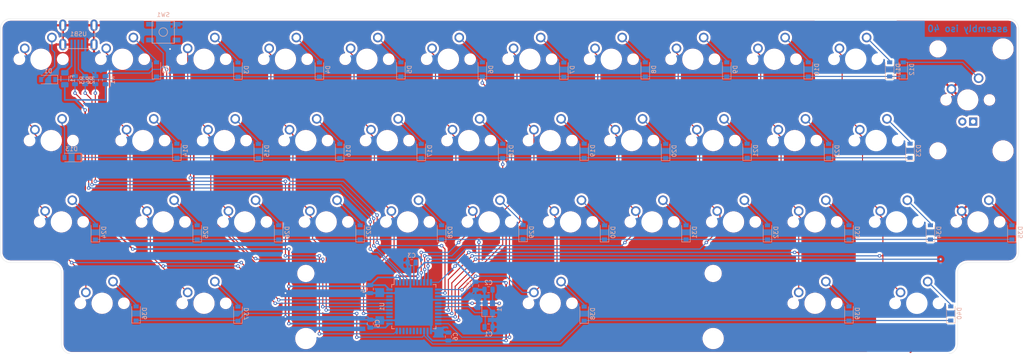
<source format=kicad_pcb>
(kicad_pcb (version 20171130) (host pcbnew "(5.1.6-0-10_14)")
  (layers (0 F.Cu signal) (31 B.Cu signal) (34 B.Paste user) (35 F.Paste user) (36 B.SilkS user) (37 F.SilkS user) (38 B.Mask user) (39 F.Mask user) (44 Edge.Cuts user))
  (net 0 "")
  (net 1 GND)
  (net 2 "Net-(C1-Pad1)")
  (net 3 "Net-(C2-Pad1)")
  (net 4 "Net-(C3-Pad1)")
  (net 5 +5V)
  (net 6 "Net-(D1-Pad2)")
  (net 7 row_0)
  (net 8 "Net-(D2-Pad2)")
  (net 9 "Net-(D3-Pad2)")
  (net 10 "Net-(D4-Pad2)")
  (net 11 "Net-(D5-Pad2)")
  (net 12 "Net-(D6-Pad2)")
  (net 13 "Net-(D7-Pad2)")
  (net 14 "Net-(D8-Pad2)")
  (net 15 "Net-(D9-Pad2)")
  (net 16 "Net-(D10-Pad2)")
  (net 17 "Net-(D11-Pad2)")
  (net 18 "Net-(D12-Pad2)")
  (net 19 "Net-(D13-Pad2)")
  (net 20 row_1)
  (net 21 "Net-(D14-Pad2)")
  (net 22 "Net-(D15-Pad2)")
  (net 23 "Net-(D16-Pad2)")
  (net 24 "Net-(D17-Pad2)")
  (net 25 "Net-(D18-Pad2)")
  (net 26 "Net-(D19-Pad2)")
  (net 27 "Net-(D20-Pad2)")
  (net 28 "Net-(D21-Pad2)")
  (net 29 "Net-(D22-Pad2)")
  (net 30 "Net-(D23-Pad2)")
  (net 31 "Net-(D24-Pad2)")
  (net 32 row_2)
  (net 33 "Net-(D25-Pad2)")
  (net 34 "Net-(D26-Pad2)")
  (net 35 "Net-(D27-Pad2)")
  (net 36 "Net-(D28-Pad2)")
  (net 37 "Net-(D29-Pad2)")
  (net 38 "Net-(D30-Pad2)")
  (net 39 "Net-(D31-Pad2)")
  (net 40 "Net-(D32-Pad2)")
  (net 41 "Net-(D33-Pad2)")
  (net 42 "Net-(D34-Pad2)")
  (net 43 "Net-(D35-Pad2)")
  (net 44 "Net-(D36-Pad2)")
  (net 45 row_3)
  (net 46 "Net-(D37-Pad2)")
  (net 47 "Net-(D38-Pad2)")
  (net 48 "Net-(D39-Pad2)")
  (net 49 "Net-(D40-Pad2)")
  (net 50 VCC)
  (net 51 col_00)
  (net 52 col_01)
  (net 53 col_02)
  (net 54 col_03)
  (net 55 col_04)
  (net 56 col_05)
  (net 57 col_06)
  (net 58 col_07)
  (net 59 col_08)
  (net 60 col_09)
  (net 61 col_10)
  (net 62 col_11)
  (net 63 "Net-(R1-Pad2)")
  (net 64 D+)
  (net 65 "Net-(R2-Pad1)")
  (net 66 D-)
  (net 67 "Net-(R3-Pad1)")
  (net 68 "Net-(R4-Pad2)")
  (net 69 "Net-(U1-Pad42)")
  (net 70 "Net-(U1-Pad36)")
  (net 71 "Net-(U1-Pad32)")
  (net 72 "Net-(U1-Pad31)")
  (net 73 "Net-(U1-Pad30)")
  (net 74 "Net-(U1-Pad29)")
  (net 75 "Net-(U1-Pad28)")
  (net 76 "Net-(U1-Pad27)")
  (net 77 "Net-(U1-Pad26)")
  (net 78 "Net-(U1-Pad1)")
  (net 79 "Net-(USB1-Pad6)")
  (net 80 "Net-(USB1-Pad2)")
  (module MX_Only:MXOnly-1U-NoLED (layer F.Cu) (at 52.3875 33.3375)
    (fp_text reference MX2)
    (fp_text value MX-NoLED)
    (pad 2 thru_hole circle (at 2.54 -5.08) (size 2.25 2.25) (drill 1.47) (layers *.Cu B.Mask) (net 8 "Net-(D2-Pad2)"))
    (pad "" np_thru_hole circle (at 0 0) (size 3.9878 3.9878) (drill 3.9878) (layers *.Cu *.Mask))
    (pad 1 thru_hole circle (at -3.81 -2.54) (size 2.25 2.25) (drill 1.47) (layers *.Cu B.Mask) (net 52 col_01))
    (pad "" np_thru_hole circle (at -5.08 0 48.0996) (size 1.75 1.75) (drill 1.75) (layers *.Cu *.Mask))
    (pad "" np_thru_hole circle (at 5.08 0 48.0996) (size 1.75 1.75) (drill 1.75) (layers *.Cu *.Mask))
  )
  (module MX_Only:MXOnly-1.5U-NoLED (layer F.Cu) (at 38.1 71.4375)
    (fp_text reference MX24)
    (fp_text value MX-NoLED)
    (pad 2 thru_hole circle (at 2.54 -5.08) (size 2.25 2.25) (drill 1.47) (layers *.Cu B.Mask) (net 31 "Net-(D24-Pad2)"))
    (pad "" np_thru_hole circle (at 0 0) (size 3.9878 3.9878) (drill 3.9878) (layers *.Cu *.Mask))
    (pad 1 thru_hole circle (at -3.81 -2.54) (size 2.25 2.25) (drill 1.47) (layers *.Cu B.Mask) (net 51 col_00))
    (pad "" np_thru_hole circle (at -5.08 0 48.0996) (size 1.75 1.75) (drill 1.75) (layers *.Cu *.Mask))
    (pad "" np_thru_hole circle (at 5.08 0 48.0996) (size 1.75 1.75) (drill 1.75) (layers *.Cu *.Mask))
  )
  (module MX_Only:MXOnly-1U-NoLED (layer F.Cu) (at 228.6 52.3875)
    (fp_text reference MX23)
    (fp_text value MX-NoLED)
    (pad 2 thru_hole circle (at 2.54 -5.08) (size 2.25 2.25) (drill 1.47) (layers *.Cu B.Mask) (net 30 "Net-(D23-Pad2)"))
    (pad "" np_thru_hole circle (at 0 0) (size 3.9878 3.9878) (drill 3.9878) (layers *.Cu *.Mask))
    (pad 1 thru_hole circle (at -3.81 -2.54) (size 2.25 2.25) (drill 1.47) (layers *.Cu B.Mask) (net 61 col_10))
    (pad "" np_thru_hole circle (at -5.08 0 48.0996) (size 1.75 1.75) (drill 1.75) (layers *.Cu *.Mask))
    (pad "" np_thru_hole circle (at 5.08 0 48.0996) (size 1.75 1.75) (drill 1.75) (layers *.Cu *.Mask))
  )
  (module Crystal:Crystal_SMD_3225-4Pin_3.2x2.5mm (layer B.Cu) (at 138.05625 91.5875 90)
    (fp_text reference Y1 (at 0 2.45 90) (layer B.SilkS) (effects (justify mirror)))
    (fp_text value 16MHz)
    (pad 4 smd rect (at -1.1 0.85 90) (size 1.4 1.2) (layers B.Cu B.Paste B.Mask) (net 1 GND))
    (pad 3 smd rect (at 1.1 0.85 90) (size 1.4 1.2) (layers B.Cu B.Paste B.Mask) (net 3 "Net-(C2-Pad1)"))
    (pad 2 smd rect (at 1.1 -0.85 90) (size 1.4 1.2) (layers B.Cu B.Paste B.Mask) (net 1 GND))
    (pad 1 smd rect (at -1.1 -0.85 90) (size 1.4 1.2) (layers B.Cu B.Paste B.Mask) (net 2 "Net-(C1-Pad1)"))
  )
  (module random-keyboard-parts:Molex-0548190589 (layer B.Cu) (at 42.06875 25.4 270)
    (fp_text reference USB1 (at 2.032 0) (layer B.SilkS) (effects (justify mirror)))
    (fp_text value Molex-0548190589)
    (pad 6 thru_hole oval (at 0 3.65 270) (size 2.7 1.7) (drill oval 1.9 0.7) (layers *.Cu *.Mask) (net 79 "Net-(USB1-Pad6)"))
    (pad 6 thru_hole oval (at 0 -3.65 270) (size 2.7 1.7) (drill oval 1.9 0.7) (layers *.Cu *.Mask) (net 79 "Net-(USB1-Pad6)"))
    (pad 6 thru_hole oval (at 4.5 -3.65 270) (size 2.7 1.7) (drill oval 1.9 0.7) (layers *.Cu *.Mask) (net 79 "Net-(USB1-Pad6)"))
    (pad 6 thru_hole oval (at 4.5 3.65 270) (size 2.7 1.7) (drill oval 1.9 0.7) (layers *.Cu *.Mask) (net 79 "Net-(USB1-Pad6)"))
    (pad 5 smd rect (at 4.5 1.6 270) (size 2.25 0.5) (layers B.Cu B.Paste B.Mask) (net 50 VCC))
    (pad 4 smd rect (at 4.5 0.8 270) (size 2.25 0.5) (layers B.Cu B.Paste B.Mask) (net 66 D-))
    (pad 3 smd rect (at 4.5 0 270) (size 2.25 0.5) (layers B.Cu B.Paste B.Mask) (net 64 D+))
    (pad 2 smd rect (at 4.5 -0.8 270) (size 2.25 0.5) (layers B.Cu B.Paste B.Mask) (net 80 "Net-(USB1-Pad2)"))
    (pad 1 smd rect (at 4.5 -1.6 270) (size 2.25 0.5) (layers B.Cu B.Paste B.Mask) (net 1 GND))
  )
  (module Package_QFP:TQFP-44_10x10mm_P0.8mm (layer B.Cu) (at 120.50625 91.275 270)
    (fp_text reference U1 (at 0 7.45 90) (layer B.SilkS) (effects (justify mirror)))
    (fp_text value ATmega32U4-AU)
    (pad 44 smd rect (at -4 5.7 180) (size 1.5 0.55) (layers B.Cu B.Paste B.Mask) (net 5 +5V))
    (pad 43 smd rect (at -3.2 5.7 180) (size 1.5 0.55) (layers B.Cu B.Paste B.Mask) (net 1 GND))
    (pad 42 smd rect (at -2.4 5.7 180) (size 1.5 0.55) (layers B.Cu B.Paste B.Mask) (net 69 "Net-(U1-Pad42)"))
    (pad 41 smd rect (at -1.6 5.7 180) (size 1.5 0.55) (layers B.Cu B.Paste B.Mask) (net 51 col_00))
    (pad 40 smd rect (at -0.8 5.7 180) (size 1.5 0.55) (layers B.Cu B.Paste B.Mask) (net 52 col_01))
    (pad 39 smd rect (at 0 5.7 180) (size 1.5 0.55) (layers B.Cu B.Paste B.Mask) (net 53 col_02))
    (pad 38 smd rect (at 0.8 5.7 180) (size 1.5 0.55) (layers B.Cu B.Paste B.Mask) (net 54 col_03))
    (pad 37 smd rect (at 1.6 5.7 180) (size 1.5 0.55) (layers B.Cu B.Paste B.Mask) (net 55 col_04))
    (pad 36 smd rect (at 2.4 5.7 180) (size 1.5 0.55) (layers B.Cu B.Paste B.Mask) (net 70 "Net-(U1-Pad36)"))
    (pad 35 smd rect (at 3.2 5.7 180) (size 1.5 0.55) (layers B.Cu B.Paste B.Mask) (net 1 GND))
    (pad 34 smd rect (at 4 5.7 180) (size 1.5 0.55) (layers B.Cu B.Paste B.Mask) (net 5 +5V))
    (pad 33 smd rect (at 5.7 4 270) (size 1.5 0.55) (layers B.Cu B.Paste B.Mask) (net 68 "Net-(R4-Pad2)"))
    (pad 32 smd rect (at 5.7 3.2 270) (size 1.5 0.55) (layers B.Cu B.Paste B.Mask) (net 71 "Net-(U1-Pad32)"))
    (pad 31 smd rect (at 5.7 2.4 270) (size 1.5 0.55) (layers B.Cu B.Paste B.Mask) (net 72 "Net-(U1-Pad31)"))
    (pad 30 smd rect (at 5.7 1.6 270) (size 1.5 0.55) (layers B.Cu B.Paste B.Mask) (net 73 "Net-(U1-Pad30)"))
    (pad 29 smd rect (at 5.7 0.8 270) (size 1.5 0.55) (layers B.Cu B.Paste B.Mask) (net 74 "Net-(U1-Pad29)"))
    (pad 28 smd rect (at 5.7 0 270) (size 1.5 0.55) (layers B.Cu B.Paste B.Mask) (net 75 "Net-(U1-Pad28)"))
    (pad 27 smd rect (at 5.7 -0.8 270) (size 1.5 0.55) (layers B.Cu B.Paste B.Mask) (net 76 "Net-(U1-Pad27)"))
    (pad 26 smd rect (at 5.7 -1.6 270) (size 1.5 0.55) (layers B.Cu B.Paste B.Mask) (net 77 "Net-(U1-Pad26)"))
    (pad 25 smd rect (at 5.7 -2.4 270) (size 1.5 0.55) (layers B.Cu B.Paste B.Mask) (net 45 row_3))
    (pad 24 smd rect (at 5.7 -3.2 270) (size 1.5 0.55) (layers B.Cu B.Paste B.Mask) (net 5 +5V))
    (pad 23 smd rect (at 5.7 -4 270) (size 1.5 0.55) (layers B.Cu B.Paste B.Mask) (net 1 GND))
    (pad 22 smd rect (at 4 -5.7 180) (size 1.5 0.55) (layers B.Cu B.Paste B.Mask) (net 7 row_0))
    (pad 21 smd rect (at 3.2 -5.7 180) (size 1.5 0.55) (layers B.Cu B.Paste B.Mask) (net 20 row_1))
    (pad 20 smd rect (at 2.4 -5.7 180) (size 1.5 0.55) (layers B.Cu B.Paste B.Mask) (net 32 row_2))
    (pad 19 smd rect (at 1.6 -5.7 180) (size 1.5 0.55) (layers B.Cu B.Paste B.Mask) (net 62 col_11))
    (pad 18 smd rect (at 0.8 -5.7 180) (size 1.5 0.55) (layers B.Cu B.Paste B.Mask) (net 61 col_10))
    (pad 17 smd rect (at 0 -5.7 180) (size 1.5 0.55) (layers B.Cu B.Paste B.Mask) (net 2 "Net-(C1-Pad1)"))
    (pad 16 smd rect (at -0.8 -5.7 180) (size 1.5 0.55) (layers B.Cu B.Paste B.Mask) (net 3 "Net-(C2-Pad1)"))
    (pad 15 smd rect (at -1.6 -5.7 180) (size 1.5 0.55) (layers B.Cu B.Paste B.Mask) (net 1 GND))
    (pad 14 smd rect (at -2.4 -5.7 180) (size 1.5 0.55) (layers B.Cu B.Paste B.Mask) (net 5 +5V))
    (pad 13 smd rect (at -3.2 -5.7 180) (size 1.5 0.55) (layers B.Cu B.Paste B.Mask) (net 63 "Net-(R1-Pad2)"))
    (pad 12 smd rect (at -4 -5.7 180) (size 1.5 0.55) (layers B.Cu B.Paste B.Mask) (net 57 col_06))
    (pad 11 smd rect (at -5.7 -4 270) (size 1.5 0.55) (layers B.Cu B.Paste B.Mask) (net 60 col_09))
    (pad 10 smd rect (at -5.7 -3.2 270) (size 1.5 0.55) (layers B.Cu B.Paste B.Mask) (net 59 col_08))
    (pad 9 smd rect (at -5.7 -2.4 270) (size 1.5 0.55) (layers B.Cu B.Paste B.Mask) (net 58 col_07))
    (pad 8 smd rect (at -5.7 -1.6 270) (size 1.5 0.55) (layers B.Cu B.Paste B.Mask) (net 56 col_05))
    (pad 7 smd rect (at -5.7 -0.8 270) (size 1.5 0.55) (layers B.Cu B.Paste B.Mask) (net 5 +5V))
    (pad 6 smd rect (at -5.7 0 270) (size 1.5 0.55) (layers B.Cu B.Paste B.Mask) (net 4 "Net-(C3-Pad1)"))
    (pad 5 smd rect (at -5.7 0.8 270) (size 1.5 0.55) (layers B.Cu B.Paste B.Mask) (net 1 GND))
    (pad 4 smd rect (at -5.7 1.6 270) (size 1.5 0.55) (layers B.Cu B.Paste B.Mask) (net 65 "Net-(R2-Pad1)"))
    (pad 3 smd rect (at -5.7 2.4 270) (size 1.5 0.55) (layers B.Cu B.Paste B.Mask) (net 67 "Net-(R3-Pad1)"))
    (pad 2 smd rect (at -5.7 3.2 270) (size 1.5 0.55) (layers B.Cu B.Paste B.Mask) (net 5 +5V))
    (pad 1 smd rect (at -5.7 4 270) (size 1.5 0.55) (layers B.Cu B.Paste B.Mask) (net 78 "Net-(U1-Pad1)"))
  )
  (module random-keyboard-parts:SKQG-1155865 (layer B.Cu) (at 61.9125 26.9875)
    (fp_text reference SW1 (at 0 -4.064) (layer B.SilkS) (effects (justify mirror)))
    (fp_text value SW_Push)
    (pad 4 smd rect (at -3.1 -1.85) (size 1.8 1.1) (layers B.Cu B.Paste B.Mask))
    (pad 3 smd rect (at 3.1 1.85) (size 1.8 1.1) (layers B.Cu B.Paste B.Mask))
    (pad 2 smd rect (at -3.1 1.85) (size 1.8 1.1) (layers B.Cu B.Paste B.Mask) (net 63 "Net-(R1-Pad2)"))
    (pad 1 smd rect (at 3.1 -1.85) (size 1.8 1.1) (layers B.Cu B.Paste B.Mask) (net 1 GND))
  )
  (module Resistor_SMD:R_0805_2012Metric (layer B.Cu) (at 46.0375 38.24375 270)
    (fp_text reference R4 (at 0 1.65 270) (layer B.SilkS) (effects (justify mirror)))
    (fp_text value 10k)
    (pad 2 smd roundrect (at 0.9375 0 270) (size 0.975 1.4) (layers B.Cu B.Paste B.Mask) (net 68 "Net-(R4-Pad2)"))
    (pad 1 smd roundrect (at -0.9375 0 270) (size 0.975 1.4) (layers B.Cu B.Paste B.Mask) (net 1 GND))
  )
  (module Resistor_SMD:R_0805_2012Metric (layer B.Cu) (at 41.27775 38.24375 90)
    (fp_text reference R3 (at 0 1.65 270) (layer B.SilkS) (effects (justify mirror)))
    (fp_text value 22)
    (pad 2 smd roundrect (at 0.9375 0 90) (size 0.975 1.4) (layers B.Cu B.Paste B.Mask) (net 66 D-))
    (pad 1 smd roundrect (at -0.9375 0 90) (size 0.975 1.4) (layers B.Cu B.Paste B.Mask) (net 67 "Net-(R3-Pad1)"))
  )
  (module Resistor_SMD:R_0805_2012Metric (layer B.Cu) (at 43.65625 38.24375 90)
    (fp_text reference R2 (at 0 1.65 90) (layer B.SilkS) (effects (justify mirror)))
    (fp_text value 22)
    (pad 2 smd roundrect (at 0.9375 0 90) (size 0.975 1.4) (layers B.Cu B.Paste B.Mask) (net 64 D+))
    (pad 1 smd roundrect (at -0.9375 0 90) (size 0.975 1.4) (layers B.Cu B.Paste B.Mask) (net 65 "Net-(R2-Pad1)"))
  )
  (module Resistor_SMD:R_0805_2012Metric (layer B.Cu) (at 48.41875 38.24375 90)
    (fp_text reference R1 (at 0 1.65 90) (layer B.SilkS) (effects (justify mirror)))
    (fp_text value 10k)
    (pad 2 smd roundrect (at 0.9375 0 90) (size 0.975 1.4) (layers B.Cu B.Paste B.Mask) (net 63 "Net-(R1-Pad2)"))
    (pad 1 smd roundrect (at -0.9375 0 90) (size 0.975 1.4) (layers B.Cu B.Paste B.Mask) (net 5 +5V))
  )
  (module MX_Only:MXOnly-1U-NoLED (layer F.Cu) (at 238.125 90.4875)
    (fp_text reference MX40)
    (fp_text value MX-NoLED)
    (pad 2 thru_hole circle (at 2.54 -5.08) (size 2.25 2.25) (drill 1.47) (layers *.Cu B.Mask) (net 49 "Net-(D40-Pad2)"))
    (pad "" np_thru_hole circle (at 0 0) (size 3.9878 3.9878) (drill 3.9878) (layers *.Cu *.Mask))
    (pad 1 thru_hole circle (at -3.81 -2.54) (size 2.25 2.25) (drill 1.47) (layers *.Cu B.Mask) (net 61 col_10))
    (pad "" np_thru_hole circle (at -5.08 0 48.0996) (size 1.75 1.75) (drill 1.75) (layers *.Cu *.Mask))
    (pad "" np_thru_hole circle (at 5.08 0 48.0996) (size 1.75 1.75) (drill 1.75) (layers *.Cu *.Mask))
  )
  (module MX_Only:MXOnly-1.5U-NoLED (layer F.Cu) (at 214.3125 90.4875)
    (fp_text reference MX39)
    (fp_text value MX-NoLED)
    (pad 2 thru_hole circle (at 2.54 -5.08) (size 2.25 2.25) (drill 1.47) (layers *.Cu B.Mask) (net 48 "Net-(D39-Pad2)"))
    (pad "" np_thru_hole circle (at 0 0) (size 3.9878 3.9878) (drill 3.9878) (layers *.Cu *.Mask))
    (pad 1 thru_hole circle (at -3.81 -2.54) (size 2.25 2.25) (drill 1.47) (layers *.Cu B.Mask) (net 60 col_09))
    (pad "" np_thru_hole circle (at -5.08 0 48.0996) (size 1.75 1.75) (drill 1.75) (layers *.Cu *.Mask))
    (pad "" np_thru_hole circle (at 5.08 0 48.0996) (size 1.75 1.75) (drill 1.75) (layers *.Cu *.Mask))
  )
  (module MX_Only:MXOnly-6U-NoLED (layer F.Cu) (at 142.875 90.4875)
    (fp_text reference MX38)
    (fp_text value MX-NoLED)
    (pad 2 thru_hole circle (at 12.065 -5.08) (size 2.25 2.25) (drill 1.47) (layers *.Cu B.Mask) (net 47 "Net-(D38-Pad2)"))
    (pad "" np_thru_hole circle (at 9.525 0) (size 3.9878 3.9878) (drill 3.9878) (layers *.Cu *.Mask))
    (pad 1 thru_hole circle (at 5.715 -2.54) (size 2.25 2.25) (drill 1.47) (layers *.Cu B.Mask) (net 57 col_06))
    (pad "" np_thru_hole circle (at 4.445 0 48.0996) (size 1.75 1.75) (drill 1.75) (layers *.Cu *.Mask))
    (pad "" np_thru_hole circle (at 14.605 0 48.0996) (size 1.75 1.75) (drill 1.75) (layers *.Cu *.Mask))
    (pad "" np_thru_hole circle (at -47.625 -6.985) (size 3.048 3.048) (drill 3.048) (layers *.Cu *.Mask))
    (pad "" np_thru_hole circle (at 47.625 -6.985) (size 3.048 3.048) (drill 3.048) (layers *.Cu *.Mask))
    (pad "" np_thru_hole circle (at -47.625 8.255) (size 3.9878 3.9878) (drill 3.9878) (layers *.Cu *.Mask))
    (pad "" np_thru_hole circle (at 47.625 8.255) (size 3.9878 3.9878) (drill 3.9878) (layers *.Cu *.Mask))
  )
  (module MX_Only:MXOnly-1.5U-NoLED (layer F.Cu) (at 71.4375 90.4875)
    (fp_text reference MX37)
    (fp_text value MX-NoLED)
    (pad 2 thru_hole circle (at 2.54 -5.08) (size 2.25 2.25) (drill 1.47) (layers *.Cu B.Mask) (net 46 "Net-(D37-Pad2)"))
    (pad "" np_thru_hole circle (at 0 0) (size 3.9878 3.9878) (drill 3.9878) (layers *.Cu *.Mask))
    (pad 1 thru_hole circle (at -3.81 -2.54) (size 2.25 2.25) (drill 1.47) (layers *.Cu B.Mask) (net 52 col_01))
    (pad "" np_thru_hole circle (at -5.08 0 48.0996) (size 1.75 1.75) (drill 1.75) (layers *.Cu *.Mask))
    (pad "" np_thru_hole circle (at 5.08 0 48.0996) (size 1.75 1.75) (drill 1.75) (layers *.Cu *.Mask))
  )
  (module MX_Only:MXOnly-1U-NoLED (layer F.Cu) (at 47.625 90.4875)
    (fp_text reference MX36)
    (fp_text value MX-NoLED)
    (pad 2 thru_hole circle (at 2.54 -5.08) (size 2.25 2.25) (drill 1.47) (layers *.Cu B.Mask) (net 44 "Net-(D36-Pad2)"))
    (pad "" np_thru_hole circle (at 0 0) (size 3.9878 3.9878) (drill 3.9878) (layers *.Cu *.Mask))
    (pad 1 thru_hole circle (at -3.81 -2.54) (size 2.25 2.25) (drill 1.47) (layers *.Cu B.Mask) (net 51 col_00))
    (pad "" np_thru_hole circle (at -5.08 0 48.0996) (size 1.75 1.75) (drill 1.75) (layers *.Cu *.Mask))
    (pad "" np_thru_hole circle (at 5.08 0 48.0996) (size 1.75 1.75) (drill 1.75) (layers *.Cu *.Mask))
  )
  (module MX_Only:MXOnly-1U-NoLED (layer F.Cu) (at 252.4125 71.4375)
    (fp_text reference MX35)
    (fp_text value MX-NoLED)
    (pad 2 thru_hole circle (at 2.54 -5.08) (size 2.25 2.25) (drill 1.47) (layers *.Cu B.Mask) (net 43 "Net-(D35-Pad2)"))
    (pad "" np_thru_hole circle (at 0 0) (size 3.9878 3.9878) (drill 3.9878) (layers *.Cu *.Mask))
    (pad 1 thru_hole circle (at -3.81 -2.54) (size 2.25 2.25) (drill 1.47) (layers *.Cu B.Mask) (net 62 col_11))
    (pad "" np_thru_hole circle (at -5.08 0 48.0996) (size 1.75 1.75) (drill 1.75) (layers *.Cu *.Mask))
    (pad "" np_thru_hole circle (at 5.08 0 48.0996) (size 1.75 1.75) (drill 1.75) (layers *.Cu *.Mask))
  )
  (module MX_Only:MXOnly-1U-NoLED (layer F.Cu) (at 233.3625 71.4375)
    (fp_text reference MX34)
    (fp_text value MX-NoLED)
    (pad 2 thru_hole circle (at 2.54 -5.08) (size 2.25 2.25) (drill 1.47) (layers *.Cu B.Mask) (net 42 "Net-(D34-Pad2)"))
    (pad "" np_thru_hole circle (at 0 0) (size 3.9878 3.9878) (drill 3.9878) (layers *.Cu *.Mask))
    (pad 1 thru_hole circle (at -3.81 -2.54) (size 2.25 2.25) (drill 1.47) (layers *.Cu B.Mask) (net 61 col_10))
    (pad "" np_thru_hole circle (at -5.08 0 48.0996) (size 1.75 1.75) (drill 1.75) (layers *.Cu *.Mask))
    (pad "" np_thru_hole circle (at 5.08 0 48.0996) (size 1.75 1.75) (drill 1.75) (layers *.Cu *.Mask))
  )
  (module MX_Only:MXOnly-1U-NoLED (layer F.Cu) (at 214.3125 71.4375)
    (fp_text reference MX33)
    (fp_text value MX-NoLED)
    (pad 2 thru_hole circle (at 2.54 -5.08) (size 2.25 2.25) (drill 1.47) (layers *.Cu B.Mask) (net 41 "Net-(D33-Pad2)"))
    (pad "" np_thru_hole circle (at 0 0) (size 3.9878 3.9878) (drill 3.9878) (layers *.Cu *.Mask))
    (pad 1 thru_hole circle (at -3.81 -2.54) (size 2.25 2.25) (drill 1.47) (layers *.Cu B.Mask) (net 60 col_09))
    (pad "" np_thru_hole circle (at -5.08 0 48.0996) (size 1.75 1.75) (drill 1.75) (layers *.Cu *.Mask))
    (pad "" np_thru_hole circle (at 5.08 0 48.0996) (size 1.75 1.75) (drill 1.75) (layers *.Cu *.Mask))
  )
  (module MX_Only:MXOnly-1U-NoLED (layer F.Cu) (at 195.2625 71.4375)
    (fp_text reference MX32)
    (fp_text value MX-NoLED)
    (pad 2 thru_hole circle (at 2.54 -5.08) (size 2.25 2.25) (drill 1.47) (layers *.Cu B.Mask) (net 40 "Net-(D32-Pad2)"))
    (pad "" np_thru_hole circle (at 0 0) (size 3.9878 3.9878) (drill 3.9878) (layers *.Cu *.Mask))
    (pad 1 thru_hole circle (at -3.81 -2.54) (size 2.25 2.25) (drill 1.47) (layers *.Cu B.Mask) (net 59 col_08))
    (pad "" np_thru_hole circle (at -5.08 0 48.0996) (size 1.75 1.75) (drill 1.75) (layers *.Cu *.Mask))
    (pad "" np_thru_hole circle (at 5.08 0 48.0996) (size 1.75 1.75) (drill 1.75) (layers *.Cu *.Mask))
  )
  (module MX_Only:MXOnly-1U-NoLED (layer F.Cu) (at 176.2125 71.4375)
    (fp_text reference MX31)
    (fp_text value MX-NoLED)
    (pad 2 thru_hole circle (at 2.54 -5.08) (size 2.25 2.25) (drill 1.47) (layers *.Cu B.Mask) (net 39 "Net-(D31-Pad2)"))
    (pad "" np_thru_hole circle (at 0 0) (size 3.9878 3.9878) (drill 3.9878) (layers *.Cu *.Mask))
    (pad 1 thru_hole circle (at -3.81 -2.54) (size 2.25 2.25) (drill 1.47) (layers *.Cu B.Mask) (net 58 col_07))
    (pad "" np_thru_hole circle (at -5.08 0 48.0996) (size 1.75 1.75) (drill 1.75) (layers *.Cu *.Mask))
    (pad "" np_thru_hole circle (at 5.08 0 48.0996) (size 1.75 1.75) (drill 1.75) (layers *.Cu *.Mask))
  )
  (module MX_Only:MXOnly-1U-NoLED (layer F.Cu) (at 157.1625 71.4375)
    (fp_text reference MX30)
    (fp_text value MX-NoLED)
    (pad 2 thru_hole circle (at 2.54 -5.08) (size 2.25 2.25) (drill 1.47) (layers *.Cu B.Mask) (net 38 "Net-(D30-Pad2)"))
    (pad "" np_thru_hole circle (at 0 0) (size 3.9878 3.9878) (drill 3.9878) (layers *.Cu *.Mask))
    (pad 1 thru_hole circle (at -3.81 -2.54) (size 2.25 2.25) (drill 1.47) (layers *.Cu B.Mask) (net 57 col_06))
    (pad "" np_thru_hole circle (at -5.08 0 48.0996) (size 1.75 1.75) (drill 1.75) (layers *.Cu *.Mask))
    (pad "" np_thru_hole circle (at 5.08 0 48.0996) (size 1.75 1.75) (drill 1.75) (layers *.Cu *.Mask))
  )
  (module MX_Only:MXOnly-1U-NoLED (layer F.Cu) (at 138.1125 71.4375)
    (fp_text reference MX29)
    (fp_text value MX-NoLED)
    (pad 2 thru_hole circle (at 2.54 -5.08) (size 2.25 2.25) (drill 1.47) (layers *.Cu B.Mask) (net 37 "Net-(D29-Pad2)"))
    (pad "" np_thru_hole circle (at 0 0) (size 3.9878 3.9878) (drill 3.9878) (layers *.Cu *.Mask))
    (pad 1 thru_hole circle (at -3.81 -2.54) (size 2.25 2.25) (drill 1.47) (layers *.Cu B.Mask) (net 56 col_05))
    (pad "" np_thru_hole circle (at -5.08 0 48.0996) (size 1.75 1.75) (drill 1.75) (layers *.Cu *.Mask))
    (pad "" np_thru_hole circle (at 5.08 0 48.0996) (size 1.75 1.75) (drill 1.75) (layers *.Cu *.Mask))
  )
  (module MX_Only:MXOnly-1U-NoLED (layer F.Cu) (at 119.0625 71.4375)
    (fp_text reference MX28)
    (fp_text value MX-NoLED)
    (pad 2 thru_hole circle (at 2.54 -5.08) (size 2.25 2.25) (drill 1.47) (layers *.Cu B.Mask) (net 36 "Net-(D28-Pad2)"))
    (pad "" np_thru_hole circle (at 0 0) (size 3.9878 3.9878) (drill 3.9878) (layers *.Cu *.Mask))
    (pad 1 thru_hole circle (at -3.81 -2.54) (size 2.25 2.25) (drill 1.47) (layers *.Cu B.Mask) (net 55 col_04))
    (pad "" np_thru_hole circle (at -5.08 0 48.0996) (size 1.75 1.75) (drill 1.75) (layers *.Cu *.Mask))
    (pad "" np_thru_hole circle (at 5.08 0 48.0996) (size 1.75 1.75) (drill 1.75) (layers *.Cu *.Mask))
  )
  (module MX_Only:MXOnly-1U-NoLED (layer F.Cu) (at 100.0125 71.4375)
    (fp_text reference MX27)
    (fp_text value MX-NoLED)
    (pad 2 thru_hole circle (at 2.54 -5.08) (size 2.25 2.25) (drill 1.47) (layers *.Cu B.Mask) (net 35 "Net-(D27-Pad2)"))
    (pad "" np_thru_hole circle (at 0 0) (size 3.9878 3.9878) (drill 3.9878) (layers *.Cu *.Mask))
    (pad 1 thru_hole circle (at -3.81 -2.54) (size 2.25 2.25) (drill 1.47) (layers *.Cu B.Mask) (net 54 col_03))
    (pad "" np_thru_hole circle (at -5.08 0 48.0996) (size 1.75 1.75) (drill 1.75) (layers *.Cu *.Mask))
    (pad "" np_thru_hole circle (at 5.08 0 48.0996) (size 1.75 1.75) (drill 1.75) (layers *.Cu *.Mask))
  )
  (module MX_Only:MXOnly-1U-NoLED (layer F.Cu) (at 80.9625 71.4375)
    (fp_text reference MX26)
    (fp_text value MX-NoLED)
    (pad 2 thru_hole circle (at 2.54 -5.08) (size 2.25 2.25) (drill 1.47) (layers *.Cu B.Mask) (net 34 "Net-(D26-Pad2)"))
    (pad "" np_thru_hole circle (at 0 0) (size 3.9878 3.9878) (drill 3.9878) (layers *.Cu *.Mask))
    (pad 1 thru_hole circle (at -3.81 -2.54) (size 2.25 2.25) (drill 1.47) (layers *.Cu B.Mask) (net 53 col_02))
    (pad "" np_thru_hole circle (at -5.08 0 48.0996) (size 1.75 1.75) (drill 1.75) (layers *.Cu *.Mask))
    (pad "" np_thru_hole circle (at 5.08 0 48.0996) (size 1.75 1.75) (drill 1.75) (layers *.Cu *.Mask))
  )
  (module MX_Only:MXOnly-1U-NoLED (layer F.Cu) (at 61.9125 71.4375)
    (fp_text reference MX25)
    (fp_text value MX-NoLED)
    (pad 2 thru_hole circle (at 2.54 -5.08) (size 2.25 2.25) (drill 1.47) (layers *.Cu B.Mask) (net 33 "Net-(D25-Pad2)"))
    (pad "" np_thru_hole circle (at 0 0) (size 3.9878 3.9878) (drill 3.9878) (layers *.Cu *.Mask))
    (pad 1 thru_hole circle (at -3.81 -2.54) (size 2.25 2.25) (drill 1.47) (layers *.Cu B.Mask) (net 52 col_01))
    (pad "" np_thru_hole circle (at -5.08 0 48.0996) (size 1.75 1.75) (drill 1.75) (layers *.Cu *.Mask))
    (pad "" np_thru_hole circle (at 5.08 0 48.0996) (size 1.75 1.75) (drill 1.75) (layers *.Cu *.Mask))
  )
  (module MX_Only:MXOnly-1U-NoLED (layer F.Cu) (at 209.55 52.3875)
    (fp_text reference MX22)
    (fp_text value MX-NoLED)
    (pad 2 thru_hole circle (at 2.54 -5.08) (size 2.25 2.25) (drill 1.47) (layers *.Cu B.Mask) (net 29 "Net-(D22-Pad2)"))
    (pad "" np_thru_hole circle (at 0 0) (size 3.9878 3.9878) (drill 3.9878) (layers *.Cu *.Mask))
    (pad 1 thru_hole circle (at -3.81 -2.54) (size 2.25 2.25) (drill 1.47) (layers *.Cu B.Mask) (net 60 col_09))
    (pad "" np_thru_hole circle (at -5.08 0 48.0996) (size 1.75 1.75) (drill 1.75) (layers *.Cu *.Mask))
    (pad "" np_thru_hole circle (at 5.08 0 48.0996) (size 1.75 1.75) (drill 1.75) (layers *.Cu *.Mask))
  )
  (module MX_Only:MXOnly-1U-NoLED (layer F.Cu) (at 190.5 52.3875)
    (fp_text reference MX21)
    (fp_text value MX-NoLED)
    (pad 2 thru_hole circle (at 2.54 -5.08) (size 2.25 2.25) (drill 1.47) (layers *.Cu B.Mask) (net 28 "Net-(D21-Pad2)"))
    (pad "" np_thru_hole circle (at 0 0) (size 3.9878 3.9878) (drill 3.9878) (layers *.Cu *.Mask))
    (pad 1 thru_hole circle (at -3.81 -2.54) (size 2.25 2.25) (drill 1.47) (layers *.Cu B.Mask) (net 59 col_08))
    (pad "" np_thru_hole circle (at -5.08 0 48.0996) (size 1.75 1.75) (drill 1.75) (layers *.Cu *.Mask))
    (pad "" np_thru_hole circle (at 5.08 0 48.0996) (size 1.75 1.75) (drill 1.75) (layers *.Cu *.Mask))
  )
  (module MX_Only:MXOnly-1U-NoLED (layer F.Cu) (at 171.45 52.3875)
    (fp_text reference MX20)
    (fp_text value MX-NoLED)
    (pad 2 thru_hole circle (at 2.54 -5.08) (size 2.25 2.25) (drill 1.47) (layers *.Cu B.Mask) (net 27 "Net-(D20-Pad2)"))
    (pad "" np_thru_hole circle (at 0 0) (size 3.9878 3.9878) (drill 3.9878) (layers *.Cu *.Mask))
    (pad 1 thru_hole circle (at -3.81 -2.54) (size 2.25 2.25) (drill 1.47) (layers *.Cu B.Mask) (net 58 col_07))
    (pad "" np_thru_hole circle (at -5.08 0 48.0996) (size 1.75 1.75) (drill 1.75) (layers *.Cu *.Mask))
    (pad "" np_thru_hole circle (at 5.08 0 48.0996) (size 1.75 1.75) (drill 1.75) (layers *.Cu *.Mask))
  )
  (module MX_Only:MXOnly-1U-NoLED (layer F.Cu) (at 152.4 52.3875)
    (fp_text reference MX19)
    (fp_text value MX-NoLED)
    (pad 2 thru_hole circle (at 2.54 -5.08) (size 2.25 2.25) (drill 1.47) (layers *.Cu B.Mask) (net 26 "Net-(D19-Pad2)"))
    (pad "" np_thru_hole circle (at 0 0) (size 3.9878 3.9878) (drill 3.9878) (layers *.Cu *.Mask))
    (pad 1 thru_hole circle (at -3.81 -2.54) (size 2.25 2.25) (drill 1.47) (layers *.Cu B.Mask) (net 57 col_06))
    (pad "" np_thru_hole circle (at -5.08 0 48.0996) (size 1.75 1.75) (drill 1.75) (layers *.Cu *.Mask))
    (pad "" np_thru_hole circle (at 5.08 0 48.0996) (size 1.75 1.75) (drill 1.75) (layers *.Cu *.Mask))
  )
  (module MX_Only:MXOnly-1U-NoLED (layer F.Cu) (at 133.35 52.3875)
    (fp_text reference MX18)
    (fp_text value MX-NoLED)
    (pad 2 thru_hole circle (at 2.54 -5.08) (size 2.25 2.25) (drill 1.47) (layers *.Cu B.Mask) (net 25 "Net-(D18-Pad2)"))
    (pad "" np_thru_hole circle (at 0 0) (size 3.9878 3.9878) (drill 3.9878) (layers *.Cu *.Mask))
    (pad 1 thru_hole circle (at -3.81 -2.54) (size 2.25 2.25) (drill 1.47) (layers *.Cu B.Mask) (net 56 col_05))
    (pad "" np_thru_hole circle (at -5.08 0 48.0996) (size 1.75 1.75) (drill 1.75) (layers *.Cu *.Mask))
    (pad "" np_thru_hole circle (at 5.08 0 48.0996) (size 1.75 1.75) (drill 1.75) (layers *.Cu *.Mask))
  )
  (module MX_Only:MXOnly-1U-NoLED (layer F.Cu) (at 114.3 52.3875)
    (fp_text reference MX17)
    (fp_text value MX-NoLED)
    (pad 2 thru_hole circle (at 2.54 -5.08) (size 2.25 2.25) (drill 1.47) (layers *.Cu B.Mask) (net 24 "Net-(D17-Pad2)"))
    (pad "" np_thru_hole circle (at 0 0) (size 3.9878 3.9878) (drill 3.9878) (layers *.Cu *.Mask))
    (pad 1 thru_hole circle (at -3.81 -2.54) (size 2.25 2.25) (drill 1.47) (layers *.Cu B.Mask) (net 55 col_04))
    (pad "" np_thru_hole circle (at -5.08 0 48.0996) (size 1.75 1.75) (drill 1.75) (layers *.Cu *.Mask))
    (pad "" np_thru_hole circle (at 5.08 0 48.0996) (size 1.75 1.75) (drill 1.75) (layers *.Cu *.Mask))
  )
  (module MX_Only:MXOnly-1U-NoLED (layer F.Cu) (at 95.25 52.3875)
    (fp_text reference MX16)
    (fp_text value MX-NoLED)
    (pad 2 thru_hole circle (at 2.54 -5.08) (size 2.25 2.25) (drill 1.47) (layers *.Cu B.Mask) (net 23 "Net-(D16-Pad2)"))
    (pad "" np_thru_hole circle (at 0 0) (size 3.9878 3.9878) (drill 3.9878) (layers *.Cu *.Mask))
    (pad 1 thru_hole circle (at -3.81 -2.54) (size 2.25 2.25) (drill 1.47) (layers *.Cu B.Mask) (net 54 col_03))
    (pad "" np_thru_hole circle (at -5.08 0 48.0996) (size 1.75 1.75) (drill 1.75) (layers *.Cu *.Mask))
    (pad "" np_thru_hole circle (at 5.08 0 48.0996) (size 1.75 1.75) (drill 1.75) (layers *.Cu *.Mask))
  )
  (module MX_Only:MXOnly-1U-NoLED (layer F.Cu) (at 76.2 52.3875)
    (fp_text reference MX15)
    (fp_text value MX-NoLED)
    (pad 2 thru_hole circle (at 2.54 -5.08) (size 2.25 2.25) (drill 1.47) (layers *.Cu B.Mask) (net 22 "Net-(D15-Pad2)"))
    (pad "" np_thru_hole circle (at 0 0) (size 3.9878 3.9878) (drill 3.9878) (layers *.Cu *.Mask))
    (pad 1 thru_hole circle (at -3.81 -2.54) (size 2.25 2.25) (drill 1.47) (layers *.Cu B.Mask) (net 53 col_02))
    (pad "" np_thru_hole circle (at -5.08 0 48.0996) (size 1.75 1.75) (drill 1.75) (layers *.Cu *.Mask))
    (pad "" np_thru_hole circle (at 5.08 0 48.0996) (size 1.75 1.75) (drill 1.75) (layers *.Cu *.Mask))
  )
  (module MX_Only:MXOnly-1U-NoLED (layer F.Cu) (at 57.15 52.3875)
    (fp_text reference MX14)
    (fp_text value MX-NoLED)
    (pad 2 thru_hole circle (at 2.54 -5.08) (size 2.25 2.25) (drill 1.47) (layers *.Cu B.Mask) (net 21 "Net-(D14-Pad2)"))
    (pad "" np_thru_hole circle (at 0 0) (size 3.9878 3.9878) (drill 3.9878) (layers *.Cu *.Mask))
    (pad 1 thru_hole circle (at -3.81 -2.54) (size 2.25 2.25) (drill 1.47) (layers *.Cu B.Mask) (net 52 col_01))
    (pad "" np_thru_hole circle (at -5.08 0 48.0996) (size 1.75 1.75) (drill 1.75) (layers *.Cu *.Mask))
    (pad "" np_thru_hole circle (at 5.08 0 48.0996) (size 1.75 1.75) (drill 1.75) (layers *.Cu *.Mask))
  )
  (module MX_Only:MXOnly-1.25U-NoLED (layer F.Cu) (at 35.71875 52.3875)
    (fp_text reference MX13)
    (fp_text value MX-NoLED)
    (pad 2 thru_hole circle (at 2.54 -5.08) (size 2.25 2.25) (drill 1.47) (layers *.Cu B.Mask) (net 19 "Net-(D13-Pad2)"))
    (pad "" np_thru_hole circle (at 0 0) (size 3.9878 3.9878) (drill 3.9878) (layers *.Cu *.Mask))
    (pad 1 thru_hole circle (at -3.81 -2.54) (size 2.25 2.25) (drill 1.47) (layers *.Cu B.Mask) (net 51 col_00))
    (pad "" np_thru_hole circle (at -5.08 0 48.0996) (size 1.75 1.75) (drill 1.75) (layers *.Cu *.Mask))
    (pad "" np_thru_hole circle (at 5.08 0 48.0996) (size 1.75 1.75) (drill 1.75) (layers *.Cu *.Mask))
  )
  (module MX_Only:MXOnly-ISO (layer F.Cu) (at 250.03125 42.8625)
    (fp_text reference MX12)
    (fp_text value MX-NoLED)
    (pad "" np_thru_hole circle (at 8.255 -11.938) (size 3.9878 3.9878) (drill 3.9878) (layers *.Cu *.Mask))
    (pad "" np_thru_hole circle (at 8.255 11.938) (size 3.9878 3.9878) (drill 3.9878) (layers *.Cu *.Mask))
    (pad "" np_thru_hole circle (at -6.985 -11.938) (size 3.048 3.048) (drill 3.048) (layers *.Cu *.Mask))
    (pad "" np_thru_hole circle (at -6.985 11.938) (size 3.048 3.048) (drill 3.048) (layers *.Cu *.Mask))
    (pad "" np_thru_hole circle (at 5.08 0 48.0996) (size 1.75 1.75) (drill 1.75) (layers *.Cu *.Mask))
    (pad "" np_thru_hole circle (at -5.08 0 48.0996) (size 1.75 1.75) (drill 1.75) (layers *.Cu *.Mask))
    (pad 4 thru_hole rect (at 1.27 5.08) (size 1.905 1.905) (drill 1.04) (layers *.Cu B.Mask))
    (pad 3 thru_hole circle (at -1.27 5.08) (size 1.905 1.905) (drill 1.04) (layers *.Cu B.Mask))
    (pad 1 thru_hole circle (at -3.81 -2.54) (size 2.25 2.25) (drill 1.47) (layers *.Cu B.Mask) (net 62 col_11))
    (pad "" np_thru_hole circle (at 0 0) (size 3.9878 3.9878) (drill 3.9878) (layers *.Cu *.Mask))
    (pad 2 thru_hole circle (at 2.54 -5.08) (size 2.25 2.25) (drill 1.47) (layers *.Cu B.Mask) (net 18 "Net-(D12-Pad2)"))
  )
  (module MX_Only:MXOnly-1U-NoLED (layer F.Cu) (at 223.8375 33.3375)
    (fp_text reference MX11)
    (fp_text value MX-NoLED)
    (pad 2 thru_hole circle (at 2.54 -5.08) (size 2.25 2.25) (drill 1.47) (layers *.Cu B.Mask) (net 17 "Net-(D11-Pad2)"))
    (pad "" np_thru_hole circle (at 0 0) (size 3.9878 3.9878) (drill 3.9878) (layers *.Cu *.Mask))
    (pad 1 thru_hole circle (at -3.81 -2.54) (size 2.25 2.25) (drill 1.47) (layers *.Cu B.Mask) (net 61 col_10))
    (pad "" np_thru_hole circle (at -5.08 0 48.0996) (size 1.75 1.75) (drill 1.75) (layers *.Cu *.Mask))
    (pad "" np_thru_hole circle (at 5.08 0 48.0996) (size 1.75 1.75) (drill 1.75) (layers *.Cu *.Mask))
  )
  (module MX_Only:MXOnly-1U-NoLED (layer F.Cu) (at 204.7875 33.3375)
    (fp_text reference MX10)
    (fp_text value MX-NoLED)
    (pad 2 thru_hole circle (at 2.54 -5.08) (size 2.25 2.25) (drill 1.47) (layers *.Cu B.Mask) (net 16 "Net-(D10-Pad2)"))
    (pad "" np_thru_hole circle (at 0 0) (size 3.9878 3.9878) (drill 3.9878) (layers *.Cu *.Mask))
    (pad 1 thru_hole circle (at -3.81 -2.54) (size 2.25 2.25) (drill 1.47) (layers *.Cu B.Mask) (net 60 col_09))
    (pad "" np_thru_hole circle (at -5.08 0 48.0996) (size 1.75 1.75) (drill 1.75) (layers *.Cu *.Mask))
    (pad "" np_thru_hole circle (at 5.08 0 48.0996) (size 1.75 1.75) (drill 1.75) (layers *.Cu *.Mask))
  )
  (module MX_Only:MXOnly-1U-NoLED (layer F.Cu) (at 185.7375 33.3375)
    (fp_text reference MX9)
    (fp_text value MX-NoLED)
    (pad 2 thru_hole circle (at 2.54 -5.08) (size 2.25 2.25) (drill 1.47) (layers *.Cu B.Mask) (net 15 "Net-(D9-Pad2)"))
    (pad "" np_thru_hole circle (at 0 0) (size 3.9878 3.9878) (drill 3.9878) (layers *.Cu *.Mask))
    (pad 1 thru_hole circle (at -3.81 -2.54) (size 2.25 2.25) (drill 1.47) (layers *.Cu B.Mask) (net 59 col_08))
    (pad "" np_thru_hole circle (at -5.08 0 48.0996) (size 1.75 1.75) (drill 1.75) (layers *.Cu *.Mask))
    (pad "" np_thru_hole circle (at 5.08 0 48.0996) (size 1.75 1.75) (drill 1.75) (layers *.Cu *.Mask))
  )
  (module MX_Only:MXOnly-1U-NoLED (layer F.Cu) (at 166.6875 33.3375)
    (fp_text reference MX8)
    (fp_text value MX-NoLED)
    (pad 2 thru_hole circle (at 2.54 -5.08) (size 2.25 2.25) (drill 1.47) (layers *.Cu B.Mask) (net 14 "Net-(D8-Pad2)"))
    (pad "" np_thru_hole circle (at 0 0) (size 3.9878 3.9878) (drill 3.9878) (layers *.Cu *.Mask))
    (pad 1 thru_hole circle (at -3.81 -2.54) (size 2.25 2.25) (drill 1.47) (layers *.Cu B.Mask) (net 58 col_07))
    (pad "" np_thru_hole circle (at -5.08 0 48.0996) (size 1.75 1.75) (drill 1.75) (layers *.Cu *.Mask))
    (pad "" np_thru_hole circle (at 5.08 0 48.0996) (size 1.75 1.75) (drill 1.75) (layers *.Cu *.Mask))
  )
  (module MX_Only:MXOnly-1U-NoLED (layer F.Cu) (at 147.6375 33.3375)
    (fp_text reference MX7)
    (fp_text value MX-NoLED)
    (pad 2 thru_hole circle (at 2.54 -5.08) (size 2.25 2.25) (drill 1.47) (layers *.Cu B.Mask) (net 13 "Net-(D7-Pad2)"))
    (pad "" np_thru_hole circle (at 0 0) (size 3.9878 3.9878) (drill 3.9878) (layers *.Cu *.Mask))
    (pad 1 thru_hole circle (at -3.81 -2.54) (size 2.25 2.25) (drill 1.47) (layers *.Cu B.Mask) (net 57 col_06))
    (pad "" np_thru_hole circle (at -5.08 0 48.0996) (size 1.75 1.75) (drill 1.75) (layers *.Cu *.Mask))
    (pad "" np_thru_hole circle (at 5.08 0 48.0996) (size 1.75 1.75) (drill 1.75) (layers *.Cu *.Mask))
  )
  (module MX_Only:MXOnly-1U-NoLED (layer F.Cu) (at 128.5875 33.3375)
    (fp_text reference MX6)
    (fp_text value MX-NoLED)
    (pad 2 thru_hole circle (at 2.54 -5.08) (size 2.25 2.25) (drill 1.47) (layers *.Cu B.Mask) (net 12 "Net-(D6-Pad2)"))
    (pad "" np_thru_hole circle (at 0 0) (size 3.9878 3.9878) (drill 3.9878) (layers *.Cu *.Mask))
    (pad 1 thru_hole circle (at -3.81 -2.54) (size 2.25 2.25) (drill 1.47) (layers *.Cu B.Mask) (net 56 col_05))
    (pad "" np_thru_hole circle (at -5.08 0 48.0996) (size 1.75 1.75) (drill 1.75) (layers *.Cu *.Mask))
    (pad "" np_thru_hole circle (at 5.08 0 48.0996) (size 1.75 1.75) (drill 1.75) (layers *.Cu *.Mask))
  )
  (module MX_Only:MXOnly-1U-NoLED (layer F.Cu) (at 109.5375 33.3375)
    (fp_text reference MX5)
    (fp_text value MX-NoLED)
    (pad 2 thru_hole circle (at 2.54 -5.08) (size 2.25 2.25) (drill 1.47) (layers *.Cu B.Mask) (net 11 "Net-(D5-Pad2)"))
    (pad "" np_thru_hole circle (at 0 0) (size 3.9878 3.9878) (drill 3.9878) (layers *.Cu *.Mask))
    (pad 1 thru_hole circle (at -3.81 -2.54) (size 2.25 2.25) (drill 1.47) (layers *.Cu B.Mask) (net 55 col_04))
    (pad "" np_thru_hole circle (at -5.08 0 48.0996) (size 1.75 1.75) (drill 1.75) (layers *.Cu *.Mask))
    (pad "" np_thru_hole circle (at 5.08 0 48.0996) (size 1.75 1.75) (drill 1.75) (layers *.Cu *.Mask))
  )
  (module MX_Only:MXOnly-1U-NoLED (layer F.Cu) (at 90.4875 33.3375)
    (fp_text reference MX4)
    (fp_text value MX-NoLED)
    (pad 2 thru_hole circle (at 2.54 -5.08) (size 2.25 2.25) (drill 1.47) (layers *.Cu B.Mask) (net 10 "Net-(D4-Pad2)"))
    (pad "" np_thru_hole circle (at 0 0) (size 3.9878 3.9878) (drill 3.9878) (layers *.Cu *.Mask))
    (pad 1 thru_hole circle (at -3.81 -2.54) (size 2.25 2.25) (drill 1.47) (layers *.Cu B.Mask) (net 54 col_03))
    (pad "" np_thru_hole circle (at -5.08 0 48.0996) (size 1.75 1.75) (drill 1.75) (layers *.Cu *.Mask))
    (pad "" np_thru_hole circle (at 5.08 0 48.0996) (size 1.75 1.75) (drill 1.75) (layers *.Cu *.Mask))
  )
  (module MX_Only:MXOnly-1U-NoLED (layer F.Cu) (at 71.4375 33.3375)
    (fp_text reference MX3)
    (fp_text value MX-NoLED)
    (pad 2 thru_hole circle (at 2.54 -5.08) (size 2.25 2.25) (drill 1.47) (layers *.Cu B.Mask) (net 9 "Net-(D3-Pad2)"))
    (pad "" np_thru_hole circle (at 0 0) (size 3.9878 3.9878) (drill 3.9878) (layers *.Cu *.Mask))
    (pad 1 thru_hole circle (at -3.81 -2.54) (size 2.25 2.25) (drill 1.47) (layers *.Cu B.Mask) (net 53 col_02))
    (pad "" np_thru_hole circle (at -5.08 0 48.0996) (size 1.75 1.75) (drill 1.75) (layers *.Cu *.Mask))
    (pad "" np_thru_hole circle (at 5.08 0 48.0996) (size 1.75 1.75) (drill 1.75) (layers *.Cu *.Mask))
  )
  (module MX_Only:MXOnly-1U-NoLED (layer F.Cu) (at 33.3375 33.3375)
    (fp_text reference MX1)
    (fp_text value MX-NoLED)
    (pad 2 thru_hole circle (at 2.54 -5.08) (size 2.25 2.25) (drill 1.47) (layers *.Cu B.Mask) (net 6 "Net-(D1-Pad2)"))
    (pad "" np_thru_hole circle (at 0 0) (size 3.9878 3.9878) (drill 3.9878) (layers *.Cu *.Mask))
    (pad 1 thru_hole circle (at -3.81 -2.54) (size 2.25 2.25) (drill 1.47) (layers *.Cu B.Mask) (net 51 col_00))
    (pad "" np_thru_hole circle (at -5.08 0 48.0996) (size 1.75 1.75) (drill 1.75) (layers *.Cu *.Mask))
    (pad "" np_thru_hole circle (at 5.08 0 48.0996) (size 1.75 1.75) (drill 1.75) (layers *.Cu *.Mask))
  )
  (module Fuse:Fuse_1206_3216Metric (layer B.Cu) (at 38.89375 37.9125 90)
    (fp_text reference F1 (at 0 1.82 90) (layer B.SilkS) (effects (justify mirror)))
    (fp_text value 500mA)
    (pad 2 smd roundrect (at 1.4 0 90) (size 1.25 1.75) (layers B.Cu B.Paste B.Mask) (roundrect_rratio 0.2) (net 50 VCC))
    (pad 1 smd roundrect (at -1.4 0 90) (size 1.25 1.75) (layers B.Cu B.Paste B.Mask) (roundrect_rratio 0.2) (net 5 +5V))
  )
  (module Diode_SMD:D_SOD-123 (layer B.Cu) (at 246.0625 92.86875 90)
    (fp_text reference D40 (at 0 2 90) (layer B.SilkS) (effects (justify mirror)))
    (fp_text value SOD-123)
    (pad 2 smd rect (at 1.65 0 90) (size 0.9 1.2) (layers B.Cu B.Paste B.Mask) (net 49 "Net-(D40-Pad2)"))
    (pad 1 smd rect (at -1.65 0 90) (size 0.9 1.2) (layers B.Cu B.Paste B.Mask) (net 45 row_3))
  )
  (module Diode_SMD:D_SOD-123 (layer B.Cu) (at 222.25 92.86875 90)
    (fp_text reference D39 (at 0 2 90) (layer B.SilkS) (effects (justify mirror)))
    (fp_text value SOD-123)
    (pad 2 smd rect (at 1.65 0 90) (size 0.9 1.2) (layers B.Cu B.Paste B.Mask) (net 48 "Net-(D39-Pad2)"))
    (pad 1 smd rect (at -1.65 0 90) (size 0.9 1.2) (layers B.Cu B.Paste B.Mask) (net 45 row_3))
  )
  (module Diode_SMD:D_SOD-123 (layer B.Cu) (at 160.3375 92.93125 90)
    (fp_text reference D38 (at 0 2 90) (layer B.SilkS) (effects (justify mirror)))
    (fp_text value SOD-123)
    (pad 2 smd rect (at 1.65 0 90) (size 0.9 1.2) (layers B.Cu B.Paste B.Mask) (net 47 "Net-(D38-Pad2)"))
    (pad 1 smd rect (at -1.65 0 90) (size 0.9 1.2) (layers B.Cu B.Paste B.Mask) (net 45 row_3))
  )
  (module Diode_SMD:D_SOD-123 (layer B.Cu) (at 79.375 92.93125 90)
    (fp_text reference D37 (at 0 2 90) (layer B.SilkS) (effects (justify mirror)))
    (fp_text value SOD-123)
    (pad 2 smd rect (at 1.65 0 90) (size 0.9 1.2) (layers B.Cu B.Paste B.Mask) (net 46 "Net-(D37-Pad2)"))
    (pad 1 smd rect (at -1.65 0 90) (size 0.9 1.2) (layers B.Cu B.Paste B.Mask) (net 45 row_3))
  )
  (module Diode_SMD:D_SOD-123 (layer B.Cu) (at 55.5625 92.86875 90)
    (fp_text reference D36 (at 0 2 90) (layer B.SilkS) (effects (justify mirror)))
    (fp_text value SOD-123)
    (pad 2 smd rect (at 1.65 0 90) (size 0.9 1.2) (layers B.Cu B.Paste B.Mask) (net 44 "Net-(D36-Pad2)"))
    (pad 1 smd rect (at -1.65 0 90) (size 0.9 1.2) (layers B.Cu B.Paste B.Mask) (net 45 row_3))
  )
  (module Diode_SMD:D_SOD-123 (layer B.Cu) (at 260.35 73.88125 90)
    (fp_text reference D35 (at 0 2 90) (layer B.SilkS) (effects (justify mirror)))
    (fp_text value SOD-123)
    (pad 2 smd rect (at 1.65 0 90) (size 0.9 1.2) (layers B.Cu B.Paste B.Mask) (net 43 "Net-(D35-Pad2)"))
    (pad 1 smd rect (at -1.65 0 90) (size 0.9 1.2) (layers B.Cu B.Paste B.Mask) (net 32 row_2))
  )
  (module Diode_SMD:D_SOD-123 (layer B.Cu) (at 241.3 73.88125 90)
    (fp_text reference D34 (at 0 2 270) (layer B.SilkS) (effects (justify mirror)))
    (fp_text value SOD-123)
    (pad 2 smd rect (at 1.65 0 90) (size 0.9 1.2) (layers B.Cu B.Paste B.Mask) (net 42 "Net-(D34-Pad2)"))
    (pad 1 smd rect (at -1.65 0 90) (size 0.9 1.2) (layers B.Cu B.Paste B.Mask) (net 32 row_2))
  )
  (module Diode_SMD:D_SOD-123 (layer B.Cu) (at 222.25 73.88125 90)
    (fp_text reference D33 (at 0 2 90) (layer B.SilkS) (effects (justify mirror)))
    (fp_text value SOD-123)
    (pad 2 smd rect (at 1.65 0 90) (size 0.9 1.2) (layers B.Cu B.Paste B.Mask) (net 41 "Net-(D33-Pad2)"))
    (pad 1 smd rect (at -1.65 0 90) (size 0.9 1.2) (layers B.Cu B.Paste B.Mask) (net 32 row_2))
  )
  (module Diode_SMD:D_SOD-123 (layer B.Cu) (at 203.2 73.88125 90)
    (fp_text reference D32 (at 0 2 90) (layer B.SilkS) (effects (justify mirror)))
    (fp_text value SOD-123)
    (pad 2 smd rect (at 1.65 0 90) (size 0.9 1.2) (layers B.Cu B.Paste B.Mask) (net 40 "Net-(D32-Pad2)"))
    (pad 1 smd rect (at -1.65 0 90) (size 0.9 1.2) (layers B.Cu B.Paste B.Mask) (net 32 row_2))
  )
  (module Diode_SMD:D_SOD-123 (layer B.Cu) (at 184.15 73.88125 90)
    (fp_text reference D31 (at 0 2 90) (layer B.SilkS) (effects (justify mirror)))
    (fp_text value SOD-123)
    (pad 2 smd rect (at 1.65 0 90) (size 0.9 1.2) (layers B.Cu B.Paste B.Mask) (net 39 "Net-(D31-Pad2)"))
    (pad 1 smd rect (at -1.65 0 90) (size 0.9 1.2) (layers B.Cu B.Paste B.Mask) (net 32 row_2))
  )
  (module Diode_SMD:D_SOD-123 (layer B.Cu) (at 165.1 73.88125 90)
    (fp_text reference D30 (at 0 2 90) (layer B.SilkS) (effects (justify mirror)))
    (fp_text value SOD-123)
    (pad 2 smd rect (at 1.65 0 90) (size 0.9 1.2) (layers B.Cu B.Paste B.Mask) (net 38 "Net-(D30-Pad2)"))
    (pad 1 smd rect (at -1.65 0 90) (size 0.9 1.2) (layers B.Cu B.Paste B.Mask) (net 32 row_2))
  )
  (module Diode_SMD:D_SOD-123 (layer B.Cu) (at 146.05 73.81875 90)
    (fp_text reference D29 (at 0 2 90) (layer B.SilkS) (effects (justify mirror)))
    (fp_text value SOD-123)
    (pad 2 smd rect (at 1.65 0 90) (size 0.9 1.2) (layers B.Cu B.Paste B.Mask) (net 37 "Net-(D29-Pad2)"))
    (pad 1 smd rect (at -1.65 0 90) (size 0.9 1.2) (layers B.Cu B.Paste B.Mask) (net 32 row_2))
  )
  (module Diode_SMD:D_SOD-123 (layer B.Cu) (at 127 73.88125 90)
    (fp_text reference D28 (at 0 2 90) (layer B.SilkS) (effects (justify mirror)))
    (fp_text value SOD-123)
    (pad 2 smd rect (at 1.65 0 90) (size 0.9 1.2) (layers B.Cu B.Paste B.Mask) (net 36 "Net-(D28-Pad2)"))
    (pad 1 smd rect (at -1.65 0 90) (size 0.9 1.2) (layers B.Cu B.Paste B.Mask) (net 32 row_2))
  )
  (module Diode_SMD:D_SOD-123 (layer B.Cu) (at 107.95 73.88125 90)
    (fp_text reference D27 (at 0 2 90) (layer B.SilkS) (effects (justify mirror)))
    (fp_text value SOD-123)
    (pad 2 smd rect (at 1.65 0 90) (size 0.9 1.2) (layers B.Cu B.Paste B.Mask) (net 35 "Net-(D27-Pad2)"))
    (pad 1 smd rect (at -1.65 0 90) (size 0.9 1.2) (layers B.Cu B.Paste B.Mask) (net 32 row_2))
  )
  (module Diode_SMD:D_SOD-123 (layer B.Cu) (at 88.9 73.88125 90)
    (fp_text reference D26 (at 0 2 90) (layer B.SilkS) (effects (justify mirror)))
    (fp_text value SOD-123)
    (pad 2 smd rect (at 1.65 0 90) (size 0.9 1.2) (layers B.Cu B.Paste B.Mask) (net 34 "Net-(D26-Pad2)"))
    (pad 1 smd rect (at -1.65 0 90) (size 0.9 1.2) (layers B.Cu B.Paste B.Mask) (net 32 row_2))
  )
  (module Diode_SMD:D_SOD-123 (layer B.Cu) (at 69.85 73.88125 90)
    (fp_text reference D25 (at 0 2 90) (layer B.SilkS) (effects (justify mirror)))
    (fp_text value SOD-123)
    (pad 2 smd rect (at 1.65 0 90) (size 0.9 1.2) (layers B.Cu B.Paste B.Mask) (net 33 "Net-(D25-Pad2)"))
    (pad 1 smd rect (at -1.65 0 90) (size 0.9 1.2) (layers B.Cu B.Paste B.Mask) (net 32 row_2))
  )
  (module Diode_SMD:D_SOD-123 (layer B.Cu) (at 46.0375 73.88125 90)
    (fp_text reference D24 (at 0 2 90) (layer B.SilkS) (effects (justify mirror)))
    (fp_text value SOD-123)
    (pad 2 smd rect (at 1.65 0 90) (size 0.9 1.2) (layers B.Cu B.Paste B.Mask) (net 31 "Net-(D24-Pad2)"))
    (pad 1 smd rect (at -1.65 0 90) (size 0.9 1.2) (layers B.Cu B.Paste B.Mask) (net 32 row_2))
  )
  (module Diode_SMD:D_SOD-123 (layer B.Cu) (at 236.5375 54.76875 90)
    (fp_text reference D23 (at 0 2 90) (layer B.SilkS) (effects (justify mirror)))
    (fp_text value SOD-123)
    (pad 2 smd rect (at 1.65 0 90) (size 0.9 1.2) (layers B.Cu B.Paste B.Mask) (net 30 "Net-(D23-Pad2)"))
    (pad 1 smd rect (at -1.65 0 90) (size 0.9 1.2) (layers B.Cu B.Paste B.Mask) (net 20 row_1))
  )
  (module Diode_SMD:D_SOD-123 (layer B.Cu) (at 217.4875 54.83125 90)
    (fp_text reference D22 (at 0 2 90) (layer B.SilkS) (effects (justify mirror)))
    (fp_text value SOD-123)
    (pad 2 smd rect (at 1.65 0 90) (size 0.9 1.2) (layers B.Cu B.Paste B.Mask) (net 29 "Net-(D22-Pad2)"))
    (pad 1 smd rect (at -1.65 0 90) (size 0.9 1.2) (layers B.Cu B.Paste B.Mask) (net 20 row_1))
  )
  (module Diode_SMD:D_SOD-123 (layer B.Cu) (at 198.4375 54.76875 90)
    (fp_text reference D21 (at 0 2 90) (layer B.SilkS) (effects (justify mirror)))
    (fp_text value SOD-123)
    (pad 2 smd rect (at 1.65 0 90) (size 0.9 1.2) (layers B.Cu B.Paste B.Mask) (net 28 "Net-(D21-Pad2)"))
    (pad 1 smd rect (at -1.65 0 90) (size 0.9 1.2) (layers B.Cu B.Paste B.Mask) (net 20 row_1))
  )
  (module Diode_SMD:D_SOD-123 (layer B.Cu) (at 179.3875 54.83125 90)
    (fp_text reference D20 (at 0 2 90) (layer B.SilkS) (effects (justify mirror)))
    (fp_text value SOD-123)
    (pad 2 smd rect (at 1.65 0 90) (size 0.9 1.2) (layers B.Cu B.Paste B.Mask) (net 27 "Net-(D20-Pad2)"))
    (pad 1 smd rect (at -1.65 0 90) (size 0.9 1.2) (layers B.Cu B.Paste B.Mask) (net 20 row_1))
  )
  (module Diode_SMD:D_SOD-123 (layer B.Cu) (at 160.3375 54.76875 90)
    (fp_text reference D19 (at 0 2 90) (layer B.SilkS) (effects (justify mirror)))
    (fp_text value SOD-123)
    (pad 2 smd rect (at 1.65 0 90) (size 0.9 1.2) (layers B.Cu B.Paste B.Mask) (net 26 "Net-(D19-Pad2)"))
    (pad 1 smd rect (at -1.65 0 90) (size 0.9 1.2) (layers B.Cu B.Paste B.Mask) (net 20 row_1))
  )
  (module Diode_SMD:D_SOD-123 (layer B.Cu) (at 141.2875 54.83125 90)
    (fp_text reference D18 (at 0 2 90) (layer B.SilkS) (effects (justify mirror)))
    (fp_text value SOD-123)
    (pad 2 smd rect (at 1.65 0 90) (size 0.9 1.2) (layers B.Cu B.Paste B.Mask) (net 25 "Net-(D18-Pad2)"))
    (pad 1 smd rect (at -1.65 0 90) (size 0.9 1.2) (layers B.Cu B.Paste B.Mask) (net 20 row_1))
  )
  (module Diode_SMD:D_SOD-123 (layer B.Cu) (at 122.2375 54.83125 90)
    (fp_text reference D17 (at 0 2 90) (layer B.SilkS) (effects (justify mirror)))
    (fp_text value SOD-123)
    (pad 2 smd rect (at 1.65 0 90) (size 0.9 1.2) (layers B.Cu B.Paste B.Mask) (net 24 "Net-(D17-Pad2)"))
    (pad 1 smd rect (at -1.65 0 90) (size 0.9 1.2) (layers B.Cu B.Paste B.Mask) (net 20 row_1))
  )
  (module Diode_SMD:D_SOD-123 (layer B.Cu) (at 103.1875 54.83125 90)
    (fp_text reference D16 (at 0 2 90) (layer B.SilkS) (effects (justify mirror)))
    (fp_text value SOD-123)
    (pad 2 smd rect (at 1.65 0 90) (size 0.9 1.2) (layers B.Cu B.Paste B.Mask) (net 23 "Net-(D16-Pad2)"))
    (pad 1 smd rect (at -1.65 0 90) (size 0.9 1.2) (layers B.Cu B.Paste B.Mask) (net 20 row_1))
  )
  (module Diode_SMD:D_SOD-123 (layer B.Cu) (at 84.1375 54.83125 90)
    (fp_text reference D15 (at 0 2 90) (layer B.SilkS) (effects (justify mirror)))
    (fp_text value SOD-123)
    (pad 2 smd rect (at 1.65 0 90) (size 0.9 1.2) (layers B.Cu B.Paste B.Mask) (net 22 "Net-(D15-Pad2)"))
    (pad 1 smd rect (at -1.65 0 90) (size 0.9 1.2) (layers B.Cu B.Paste B.Mask) (net 20 row_1))
  )
  (module Diode_SMD:D_SOD-123 (layer B.Cu) (at 65.0875 54.76875 90)
    (fp_text reference D14 (at 0 2 90) (layer B.SilkS) (effects (justify mirror)))
    (fp_text value SOD-123)
    (pad 2 smd rect (at 1.65 0 90) (size 0.9 1.2) (layers B.Cu B.Paste B.Mask) (net 21 "Net-(D14-Pad2)"))
    (pad 1 smd rect (at -1.65 0 90) (size 0.9 1.2) (layers B.Cu B.Paste B.Mask) (net 20 row_1))
  )
  (module Diode_SMD:D_SOD-123 (layer B.Cu) (at 40.48125 56.35625 180)
    (fp_text reference D13 (at 0 2) (layer B.SilkS) (effects (justify mirror)))
    (fp_text value SOD-123)
    (pad 2 smd rect (at 1.65 0 180) (size 0.9 1.2) (layers B.Cu B.Paste B.Mask) (net 19 "Net-(D13-Pad2)"))
    (pad 1 smd rect (at -1.65 0 180) (size 0.9 1.2) (layers B.Cu B.Paste B.Mask) (net 20 row_1))
  )
  (module Diode_SMD:D_SOD-123 (layer B.Cu) (at 234.95 35.71875 90)
    (fp_text reference D12 (at 0 2 90) (layer B.SilkS) (effects (justify mirror)))
    (fp_text value SOD-123)
    (pad 2 smd rect (at 1.65 0 90) (size 0.9 1.2) (layers B.Cu B.Paste B.Mask) (net 18 "Net-(D12-Pad2)"))
    (pad 1 smd rect (at -1.65 0 90) (size 0.9 1.2) (layers B.Cu B.Paste B.Mask) (net 7 row_0))
  )
  (module Diode_SMD:D_SOD-123 (layer B.Cu) (at 231.775 35.71875 90)
    (fp_text reference D11 (at 0 2 90) (layer B.SilkS) (effects (justify mirror)))
    (fp_text value SOD-123)
    (pad 2 smd rect (at 1.65 0 90) (size 0.9 1.2) (layers B.Cu B.Paste B.Mask) (net 17 "Net-(D11-Pad2)"))
    (pad 1 smd rect (at -1.65 0 90) (size 0.9 1.2) (layers B.Cu B.Paste B.Mask) (net 7 row_0))
  )
  (module Diode_SMD:D_SOD-123 (layer B.Cu) (at 212.725 35.71875 90)
    (fp_text reference D10 (at 0 2 90) (layer B.SilkS) (effects (justify mirror)))
    (fp_text value SOD-123)
    (pad 2 smd rect (at 1.65 0 90) (size 0.9 1.2) (layers B.Cu B.Paste B.Mask) (net 16 "Net-(D10-Pad2)"))
    (pad 1 smd rect (at -1.65 0 90) (size 0.9 1.2) (layers B.Cu B.Paste B.Mask) (net 7 row_0))
  )
  (module Diode_SMD:D_SOD-123 (layer B.Cu) (at 193.675 35.71875 90)
    (fp_text reference D9 (at 0 2 90) (layer B.SilkS) (effects (justify mirror)))
    (fp_text value SOD-123)
    (pad 2 smd rect (at 1.65 0 90) (size 0.9 1.2) (layers B.Cu B.Paste B.Mask) (net 15 "Net-(D9-Pad2)"))
    (pad 1 smd rect (at -1.65 0 90) (size 0.9 1.2) (layers B.Cu B.Paste B.Mask) (net 7 row_0))
  )
  (module Diode_SMD:D_SOD-123 (layer B.Cu) (at 174.625 35.71875 90)
    (fp_text reference D8 (at 0 2 90) (layer B.SilkS) (effects (justify mirror)))
    (fp_text value SOD-123)
    (pad 2 smd rect (at 1.65 0 90) (size 0.9 1.2) (layers B.Cu B.Paste B.Mask) (net 14 "Net-(D8-Pad2)"))
    (pad 1 smd rect (at -1.65 0 90) (size 0.9 1.2) (layers B.Cu B.Paste B.Mask) (net 7 row_0))
  )
  (module Diode_SMD:D_SOD-123 (layer B.Cu) (at 155.575 35.78125 90)
    (fp_text reference D7 (at 0 2 90) (layer B.SilkS) (effects (justify mirror)))
    (fp_text value SOD-123)
    (pad 2 smd rect (at 1.65 0 90) (size 0.9 1.2) (layers B.Cu B.Paste B.Mask) (net 13 "Net-(D7-Pad2)"))
    (pad 1 smd rect (at -1.65 0 90) (size 0.9 1.2) (layers B.Cu B.Paste B.Mask) (net 7 row_0))
  )
  (module Diode_SMD:D_SOD-123 (layer B.Cu) (at 136.525 35.71875 90)
    (fp_text reference D6 (at 0 2 90) (layer B.SilkS) (effects (justify mirror)))
    (fp_text value SOD-123)
    (pad 2 smd rect (at 1.65 0 90) (size 0.9 1.2) (layers B.Cu B.Paste B.Mask) (net 12 "Net-(D6-Pad2)"))
    (pad 1 smd rect (at -1.65 0 90) (size 0.9 1.2) (layers B.Cu B.Paste B.Mask) (net 7 row_0))
  )
  (module Diode_SMD:D_SOD-123 (layer B.Cu) (at 117.475 35.71875 90)
    (fp_text reference D5 (at 0 2 90) (layer B.SilkS) (effects (justify mirror)))
    (fp_text value SOD-123)
    (pad 2 smd rect (at 1.65 0 90) (size 0.9 1.2) (layers B.Cu B.Paste B.Mask) (net 11 "Net-(D5-Pad2)"))
    (pad 1 smd rect (at -1.65 0 90) (size 0.9 1.2) (layers B.Cu B.Paste B.Mask) (net 7 row_0))
  )
  (module Diode_SMD:D_SOD-123 (layer B.Cu) (at 98.425 35.78125 90)
    (fp_text reference D4 (at 0 2 90) (layer B.SilkS) (effects (justify mirror)))
    (fp_text value SOD-123)
    (pad 2 smd rect (at 1.65 0 90) (size 0.9 1.2) (layers B.Cu B.Paste B.Mask) (net 10 "Net-(D4-Pad2)"))
    (pad 1 smd rect (at -1.65 0 90) (size 0.9 1.2) (layers B.Cu B.Paste B.Mask) (net 7 row_0))
  )
  (module Diode_SMD:D_SOD-123 (layer B.Cu) (at 79.375 35.78125 90)
    (fp_text reference D3 (at 0 2 90) (layer B.SilkS) (effects (justify mirror)))
    (fp_text value SOD-123)
    (pad 2 smd rect (at 1.65 0 90) (size 0.9 1.2) (layers B.Cu B.Paste B.Mask) (net 9 "Net-(D3-Pad2)"))
    (pad 1 smd rect (at -1.65 0 90) (size 0.9 1.2) (layers B.Cu B.Paste B.Mask) (net 7 row_0))
  )
  (module Diode_SMD:D_SOD-123 (layer B.Cu) (at 60.325 35.71875 90)
    (fp_text reference D2 (at 0 2 90) (layer B.SilkS) (effects (justify mirror)))
    (fp_text value SOD-123)
    (pad 2 smd rect (at 1.65 0 90) (size 0.9 1.2) (layers B.Cu B.Paste B.Mask) (net 8 "Net-(D2-Pad2)"))
    (pad 1 smd rect (at -1.65 0 90) (size 0.9 1.2) (layers B.Cu B.Paste B.Mask) (net 7 row_0))
  )
  (module Diode_SMD:D_SOD-123 (layer B.Cu) (at 34.9875 38.1 180)
    (fp_text reference D1 (at 0 2 180) (layer B.SilkS) (effects (justify mirror)))
    (fp_text value SOD-123)
    (pad 2 smd rect (at 1.65 0 180) (size 0.9 1.2) (layers B.Cu B.Paste B.Mask) (net 6 "Net-(D1-Pad2)"))
    (pad 1 smd rect (at -1.65 0 180) (size 0.9 1.2) (layers B.Cu B.Paste B.Mask) (net 7 row_0))
  )
  (module Capacitor_SMD:C_0805_2012Metric (layer B.Cu) (at 134.9375 86.375 270)
    (fp_text reference C7 (at 0 1.65 90) (layer B.SilkS) (effects (justify mirror)))
    (fp_text value 1uF)
    (pad 2 smd roundrect (at 0.9375 0 270) (size 0.975 1.4) (layers B.Cu B.Paste B.Mask) (net 1 GND))
    (pad 1 smd roundrect (at -0.9375 0 270) (size 0.975 1.4) (layers B.Cu B.Paste B.Mask) (net 5 +5V))
  )
  (module Capacitor_SMD:C_0805_2012Metric (layer B.Cu) (at 128.5875 98.28125 90)
    (fp_text reference C6 (at 0 1.65 90) (layer B.SilkS) (effects (justify mirror)))
    (fp_text value 1uF)
    (pad 2 smd roundrect (at 0.9375 0 90) (size 0.975 1.4) (layers B.Cu B.Paste B.Mask) (net 1 GND))
    (pad 1 smd roundrect (at -0.9375 0 90) (size 0.975 1.4) (layers B.Cu B.Paste B.Mask) (net 5 +5V))
  )
  (module Capacitor_SMD:C_0805_2012Metric (layer B.Cu) (at 110.33125 95.25 90)
    (fp_text reference C5 (at 0 1.65 90) (layer B.SilkS) (effects (justify mirror)))
    (fp_text value 1uF)
    (pad 2 smd roundrect (at 0.9375 0 90) (size 0.975 1.4) (layers B.Cu B.Paste B.Mask) (net 1 GND))
    (pad 1 smd roundrect (at -0.9375 0 90) (size 0.975 1.4) (layers B.Cu B.Paste B.Mask) (net 5 +5V))
  )
  (module Capacitor_SMD:C_0805_2012Metric (layer B.Cu) (at 110.33125 87.16875 270)
    (fp_text reference C4 (at 0 1.65 90) (layer B.SilkS) (effects (justify mirror)))
    (fp_text value 1uF)
    (pad 2 smd roundrect (at 0.9375 0 270) (size 0.975 1.4) (layers B.Cu B.Paste B.Mask) (net 1 GND))
    (pad 1 smd roundrect (at -0.9375 0 270) (size 0.975 1.4) (layers B.Cu B.Paste B.Mask) (net 5 +5V))
  )
  (module Capacitor_SMD:C_0805_2012Metric (layer B.Cu) (at 120 80.9625 180)
    (fp_text reference C3 (at 0 1.65) (layer B.SilkS) (effects (justify mirror)))
    (fp_text value 1uF)
    (pad 2 smd roundrect (at 0.9375 0 180) (size 0.975 1.4) (layers B.Cu B.Paste B.Mask) (net 1 GND))
    (pad 1 smd roundrect (at -0.9375 0 180) (size 0.975 1.4) (layers B.Cu B.Paste B.Mask) (net 4 "Net-(C3-Pad1)"))
  )
  (module Capacitor_SMD:C_0805_2012Metric (layer B.Cu) (at 137.96875 87.3125 180)
    (fp_text reference C2 (at 0 1.65) (layer B.SilkS) (effects (justify mirror)))
    (fp_text value 22pF)
    (pad 2 smd roundrect (at 0.9375 0 180) (size 0.975 1.4) (layers B.Cu B.Paste B.Mask) (net 1 GND))
    (pad 1 smd roundrect (at -0.9375 0 180) (size 0.975 1.4) (layers B.Cu B.Paste B.Mask) (net 3 "Net-(C2-Pad1)"))
  )
  (module Capacitor_SMD:C_0805_2012Metric (layer B.Cu) (at 137.96875 96.04375)
    (fp_text reference C1 (at 0 1.65) (layer B.SilkS) (effects (justify mirror)))
    (fp_text value 22pF)
    (pad 2 smd roundrect (at 0.9375 0) (size 0.975 1.4) (layers B.Cu B.Paste B.Mask) (net 1 GND))
    (pad 1 smd roundrect (at -0.9375 0) (size 0.975 1.4) (layers B.Cu B.Paste B.Mask) (net 2 "Net-(C1-Pad1)"))
  )
  (gr_text "assembly iso 40" (at 236.5375 100.80625) (layer F.Cu) (effects (font (size 1.5 1.5) (thickness 0.3))))
  (gr_text "assembly iso 40" (at 250.03125 26.19375) (layer B.Cu) (effects (font (size 1.5 1.5) (thickness 0.3)) (justify mirror)))
  (gr_line (start 261.9375 78.58125) (end 261.9375 26.19375) (layer Edge.Cuts) (width 0.05))
  (gr_line (start 250.03125 80.9625) (end 259.55625 80.9625) (layer Edge.Cuts) (width 0.05))
  (gr_arc (start 259.55625 78.58125) (end 259.55625 80.9625) (angle -90) (layer Edge.Cuts) (width 0.05))
  (gr_arc (start 250.03125 83.34375) (end 250.03125 80.9625) (angle -90) (layer Edge.Cuts) (width 0.05))
  (gr_line (start 247.65 100.0125) (end 247.65 83.34375) (layer Edge.Cuts) (width 0.05))
  (gr_arc (start 245.26875 100.0125) (end 245.26875 102.39375) (angle -90) (layer Edge.Cuts) (width 0.05))
  (gr_line (start 40.48125 102.39375) (end 245.26875 102.39375) (layer Edge.Cuts) (width 0.05))
  (gr_arc (start 40.48125 100.0125) (end 38.1 100.0125) (angle -90) (layer Edge.Cuts) (width 0.05))
  (gr_line (start 38.1 83.34375) (end 38.1 100.0125) (layer Edge.Cuts) (width 0.05))
  (gr_arc (start 35.71875 83.34375) (end 38.1 83.34375) (angle -90) (layer Edge.Cuts) (width 0.05))
  (gr_line (start 26.19375 80.9625) (end 35.71875 80.9625) (layer Edge.Cuts) (width 0.05))
  (gr_arc (start 26.19375 78.58125) (end 23.8125 78.58125) (angle -90) (layer Edge.Cuts) (width 0.05))
  (gr_line (start 23.8125 26.19375) (end 23.8125 78.58125) (layer Edge.Cuts) (width 0.05))
  (gr_arc (start 26.19375 26.19375) (end 26.19375 23.8125) (angle -90) (layer Edge.Cuts) (width 0.05))
  (gr_line (start 259.55625 23.8125) (end 26.19375 23.8125) (layer Edge.Cuts) (width 0.05))
  (gr_arc (start 259.55625 26.19375) (end 261.9375 26.19375) (angle -90) (layer Edge.Cuts) (width 0.05))
  (segment (start 43.66875 34.9375) (end 46.0375 37.30625) (width 0.381) (layer B.Cu) (net 1))
  (segment (start 43.66875 29.9) (end 43.66875 34.9375) (width 0.381) (layer B.Cu) (net 1))
  (segment (start 43.66875 29.9) (end 43.66875 31.406) (width 0.381) (layer B.Cu) (net 1))
  (segment (start 63.5 26.65) (end 65.0125 25.1375) (width 0.381) (layer B.Cu) (net 1))
  (segment (start 63.408001 26.741999) (end 63.5 26.65) (width 0.381) (layer B.Cu) (net 1))
  (segment (start 49.2125 26.19375) (end 56.847252 26.19375) (width 0.381) (layer B.Cu) (net 1))
  (segment (start 47.6125 27.79375) (end 49.2125 26.19375) (width 0.381) (layer B.Cu) (net 1))
  (segment (start 43.66875 27.79375) (end 47.6125 27.79375) (width 0.381) (layer B.Cu) (net 1))
  (segment (start 56.847252 26.19375) (end 57.395501 26.741999) (width 0.381) (layer B.Cu) (net 1))
  (segment (start 43.66875 29.9) (end 43.66875 27.79375) (width 0.381) (layer B.Cu) (net 1))
  (segment (start 132.575 89.675) (end 126.20625 89.675) (width 0.381) (layer B.Cu) (net 1))
  (segment (start 134.9375 87.3125) (end 132.575 89.675) (width 0.381) (layer B.Cu) (net 1))
  (segment (start 137.03125 87.3125) (end 134.9375 87.3125) (width 0.381) (layer B.Cu) (net 1))
  (segment (start 137.03125 90.3125) (end 137.20625 90.4875) (width 0.381) (layer B.Cu) (net 1))
  (segment (start 137.03125 87.3125) (end 137.03125 90.3125) (width 0.381) (layer B.Cu) (net 1))
  (segment (start 138.90625 92.384598) (end 138.90625 92.6875) (width 0.381) (layer B.Cu) (net 1))
  (segment (start 137.20625 90.684598) (end 138.90625 92.384598) (width 0.254) (layer B.Cu) (net 1))
  (segment (start 137.20625 90.4875) (end 137.20625 90.684598) (width 0.381) (layer B.Cu) (net 1))
  (segment (start 138.90625 92.6875) (end 138.90625 96.04375) (width 0.381) (layer B.Cu) (net 1))
  (segment (start 119.70625 87.4625) (end 119.70625 85.575) (width 0.381) (layer B.Cu) (net 1))
  (segment (start 110.33125 88.10625) (end 119.0625 88.10625) (width 0.381) (layer B.Cu) (net 1))
  (segment (start 121.425 89.675) (end 119.459375 87.709375) (width 0.381) (layer B.Cu) (net 1))
  (segment (start 119.459375 87.709375) (end 119.70625 87.4625) (width 0.381) (layer B.Cu) (net 1))
  (segment (start 119.0625 88.10625) (end 119.459375 87.709375) (width 0.381) (layer B.Cu) (net 1))
  (segment (start 124.50625 89.76875) (end 124.6 89.675) (width 0.381) (layer B.Cu) (net 1))
  (segment (start 124.6 89.675) (end 121.425 89.675) (width 0.381) (layer B.Cu) (net 1))
  (segment (start 124.50625 96.975) (end 124.50625 89.76875) (width 0.381) (layer B.Cu) (net 1))
  (segment (start 126.20625 89.675) (end 124.6 89.675) (width 0.381) (layer B.Cu) (net 1))
  (segment (start 116.625 94.475) (end 121.425 89.675) (width 0.381) (layer B.Cu) (net 1))
  (segment (start 114.80625 94.475) (end 116.625 94.475) (width 0.381) (layer B.Cu) (net 1))
  (segment (start 110.49375 94.475) (end 114.80625 94.475) (width 0.381) (layer B.Cu) (net 1))
  (segment (start 110.33125 94.3125) (end 110.49375 94.475) (width 0.381) (layer B.Cu) (net 1))
  (segment (start 119.7125 85.56875) (end 119.70625 85.575) (width 0.381) (layer B.Cu) (net 1))
  (via (at 63.5 30.95625) (size 0.8) (drill 0.4) (layers F.Cu B.Cu) (net 1))
  (segment (start 62.158001 26.741999) (end 62.158001 29.614251) (width 0.381) (layer B.Cu) (net 1))
  (segment (start 57.395501 26.741999) (end 62.158001 26.741999) (width 0.381) (layer B.Cu) (net 1))
  (segment (start 62.158001 29.614251) (end 63.5 30.95625) (width 0.381) (layer B.Cu) (net 1))
  (segment (start 62.158001 26.741999) (end 63.408001 26.741999) (width 0.381) (layer B.Cu) (net 1))
  (segment (start 63.5 47.686881) (end 68.994369 53.18125) (width 0.381) (layer F.Cu) (net 1))
  (segment (start 63.5 30.95625) (end 63.5 47.686881) (width 0.381) (layer F.Cu) (net 1))
  (segment (start 69.053001 66.671751) (end 89.69375 87.3125) (width 0.381) (layer F.Cu) (net 1))
  (segment (start 69.053001 53.239882) (end 69.053001 66.671751) (width 0.381) (layer F.Cu) (net 1))
  (segment (start 68.994369 53.18125) (end 69.053001 53.239882) (width 0.381) (layer F.Cu) (net 1))
  (segment (start 90.4875 88.10625) (end 110.33125 88.10625) (width 0.381) (layer B.Cu) (net 1))
  (segment (start 90.4875 88.10625) (end 104.125 88.10625) (width 0.381) (layer B.Cu) (net 1))
  (segment (start 109.68125 93.6625) (end 110.33125 94.3125) (width 0.381) (layer B.Cu) (net 1))
  (segment (start 127.425 96.975) (end 127.79375 97.34375) (width 0.381) (layer B.Cu) (net 1))
  (segment (start 124.50625 96.975) (end 127.425 96.975) (width 0.381) (layer B.Cu) (net 1))
  (via (at 90.4875 88.10625) (size 0.8) (drill 0.4) (layers F.Cu B.Cu) (net 1))
  (segment (start 90.4875 88.10625) (end 90.4875 93.6625) (width 0.381) (layer F.Cu) (net 1))
  (via (at 90.4875 93.6625) (size 0.8) (drill 0.4) (layers F.Cu B.Cu) (net 1))
  (segment (start 90.4875 93.6625) (end 109.68125 93.6625) (width 0.381) (layer B.Cu) (net 1))
  (segment (start 90.4875 88.10625) (end 89.69375 87.3125) (width 0.381) (layer F.Cu) (net 1))
  (segment (start 119.70625 81.60625) (end 119.0625 80.9625) (width 0.381) (layer B.Cu) (net 1))
  (segment (start 119.70625 85.575) (end 119.70625 81.60625) (width 0.381) (layer B.Cu) (net 1))
  (segment (start 137.20625 95.86875) (end 137.03125 96.04375) (width 0.254) (layer B.Cu) (net 2))
  (segment (start 137.20625 92.6875) (end 137.20625 95.86875) (width 0.254) (layer B.Cu) (net 2))
  (segment (start 133.34375 91.275) (end 126.20625 91.275) (width 0.254) (layer B.Cu) (net 2))
  (segment (start 134.75625 92.6875) (end 133.34375 91.275) (width 0.254) (layer B.Cu) (net 2))
  (segment (start 137.20625 92.6875) (end 134.75625 92.6875) (width 0.254) (layer B.Cu) (net 2))
  (segment (start 138.90625 87.3125) (end 138.90625 90.4875) (width 0.254) (layer B.Cu) (net 3))
  (segment (start 134.13125 90.475) (end 134.14375 90.4875) (width 0.254) (layer B.Cu) (net 3))
  (via (at 134.14375 90.4875) (size 0.8) (drill 0.4) (layers F.Cu B.Cu) (net 3))
  (segment (start 126.20625 90.475) (end 134.13125 90.475) (width 0.254) (layer B.Cu) (net 3))
  (via (at 140.49375 90.4875) (size 0.8) (drill 0.4) (layers F.Cu B.Cu) (net 3))
  (segment (start 134.14375 90.4875) (end 140.49375 90.4875) (width 0.254) (layer F.Cu) (net 3))
  (segment (start 140.49375 90.4875) (end 138.90625 90.4875) (width 0.254) (layer B.Cu) (net 3))
  (segment (start 120.50625 83.63125) (end 120.50625 85.575) (width 0.254) (layer B.Cu) (net 4))
  (segment (start 120.50625 81.39375) (end 120.9375 80.9625) (width 0.254) (layer B.Cu) (net 4))
  (segment (start 120.50625 85.575) (end 120.50625 81.39375) (width 0.254) (layer B.Cu) (net 4))
  (segment (start 38.89375 39.3125) (end 38.89375 42.8625) (width 0.381) (layer B.Cu) (net 5))
  (segment (start 48.41875 42.8625) (end 48.41875 39.18125) (width 0.381) (layer B.Cu) (net 5))
  (segment (start 131.5 88.875) (end 126.20625 88.875) (width 0.381) (layer B.Cu) (net 5))
  (segment (start 134.9375 85.4375) (end 131.5 88.875) (width 0.381) (layer B.Cu) (net 5))
  (via (at 43.65625 45.24375) (size 0.8) (drill 0.4) (layers F.Cu B.Cu) (net 5))
  (segment (start 41.275 42.8625) (end 43.65625 45.24375) (width 0.381) (layer B.Cu) (net 5))
  (segment (start 38.89375 42.8625) (end 41.275 42.8625) (width 0.381) (layer B.Cu) (net 5))
  (segment (start 41.275 42.8625) (end 48.41875 42.8625) (width 0.381) (layer B.Cu) (net 5))
  (segment (start 43.65625 45.24375) (end 43.65625 66.675) (width 0.381) (layer F.Cu) (net 5))
  (segment (start 43.65625 66.675) (end 54.76875 77.7875) (width 0.381) (layer F.Cu) (net 5))
  (via (at 54.76875 77.7875) (size 0.8) (drill 0.4) (layers F.Cu B.Cu) (net 5))
  (segment (start 113.7625 86.23125) (end 114.80625 87.275) (width 0.381) (layer B.Cu) (net 5))
  (segment (start 110.33125 86.23125) (end 113.7625 86.23125) (width 0.381) (layer B.Cu) (net 5))
  (segment (start 113.89375 96.1875) (end 114.80625 95.275) (width 0.381) (layer B.Cu) (net 5))
  (segment (start 110.33125 96.1875) (end 113.89375 96.1875) (width 0.381) (layer B.Cu) (net 5))
  (via (at 91.28125 77.7875) (size 0.8) (drill 0.4) (layers F.Cu B.Cu) (net 5))
  (segment (start 54.76875 77.7875) (end 91.28125 77.7875) (width 0.381) (layer B.Cu) (net 5))
  (segment (start 91.28125 77.7875) (end 91.28125 85.725) (width 0.381) (layer F.Cu) (net 5))
  (segment (start 112.128001 84.434499) (end 110.33125 86.23125) (width 0.381) (layer B.Cu) (net 5))
  (segment (start 117.30625 84.647098) (end 117.093651 84.434499) (width 0.381) (layer B.Cu) (net 5))
  (via (at 121.44375 84.1375) (size 0.8) (drill 0.4) (layers F.Cu B.Cu) (net 5))
  (segment (start 121.30625 84.275) (end 121.30625 85.575) (width 0.381) (layer B.Cu) (net 5))
  (segment (start 121.44375 84.1375) (end 121.30625 84.275) (width 0.381) (layer B.Cu) (net 5))
  (segment (start 123.70625 98.106) (end 124.819 99.21875) (width 0.381) (layer B.Cu) (net 5))
  (segment (start 124.819 99.21875) (end 127.79375 99.21875) (width 0.381) (layer B.Cu) (net 5))
  (segment (start 123.70625 96.975) (end 123.70625 98.106) (width 0.381) (layer B.Cu) (net 5))
  (via (at 142.08125 85.725) (size 0.8) (drill 0.4) (layers F.Cu B.Cu) (net 5))
  (segment (start 141.79375 85.4375) (end 142.08125 85.725) (width 0.381) (layer B.Cu) (net 5))
  (segment (start 134.9375 85.4375) (end 141.79375 85.4375) (width 0.381) (layer B.Cu) (net 5))
  (via (at 142.08125 99.21875) (size 0.8) (drill 0.4) (layers F.Cu B.Cu) (net 5))
  (segment (start 142.08125 85.725) (end 142.08125 99.21875) (width 0.381) (layer F.Cu) (net 5))
  (segment (start 142.08125 99.21875) (end 127.79375 99.21875) (width 0.381) (layer B.Cu) (net 5))
  (via (at 91.28125 95.25) (size 0.8) (drill 0.4) (layers F.Cu B.Cu) (net 5))
  (segment (start 109.39375 95.25) (end 110.33125 96.1875) (width 0.381) (layer B.Cu) (net 5))
  (segment (start 91.28125 95.25) (end 109.39375 95.25) (width 0.381) (layer B.Cu) (net 5))
  (via (at 91.28125 86.51875) (size 0.8) (drill 0.4) (layers F.Cu B.Cu) (net 5))
  (segment (start 91.28125 85.725) (end 91.28125 86.51875) (width 0.381) (layer F.Cu) (net 5))
  (segment (start 91.28125 86.51875) (end 91.28125 95.25) (width 0.381) (layer F.Cu) (net 5))
  (segment (start 110.04375 86.51875) (end 110.33125 86.23125) (width 0.381) (layer B.Cu) (net 5))
  (segment (start 91.28125 86.51875) (end 110.04375 86.51875) (width 0.381) (layer B.Cu) (net 5))
  (via (at 116.662933 84.155817) (size 0.8) (drill 0.4) (layers F.Cu B.Cu) (net 5))
  (segment (start 116.68125 84.1375) (end 116.662933 84.155817) (width 0.381) (layer F.Cu) (net 5))
  (segment (start 121.44375 84.1375) (end 116.68125 84.1375) (width 0.381) (layer F.Cu) (net 5))
  (segment (start 117.30625 84.647098) (end 117.30625 85.575) (width 0.381) (layer B.Cu) (net 5))
  (segment (start 116.814969 84.155817) (end 117.30625 84.647098) (width 0.381) (layer B.Cu) (net 5))
  (segment (start 116.662933 84.155817) (end 116.814969 84.155817) (width 0.381) (layer B.Cu) (net 5))
  (segment (start 116.384251 84.434499) (end 116.662933 84.155817) (width 0.381) (layer B.Cu) (net 5))
  (segment (start 117.093651 84.434499) (end 114.796751 84.434499) (width 0.381) (layer B.Cu) (net 5))
  (segment (start 114.796751 84.434499) (end 116.384251 84.434499) (width 0.381) (layer B.Cu) (net 5))
  (segment (start 114.796751 84.434499) (end 112.128001 84.434499) (width 0.381) (layer B.Cu) (net 5))
  (segment (start 121.59698 84.1375) (end 121.44375 84.1375) (width 0.381) (layer B.Cu) (net 5))
  (segment (start 134.9375 85.4375) (end 134.9375 85.307442) (width 0.381) (layer B.Cu) (net 5))
  (segment (start 130.4625 80.9625) (end 134.9375 85.4375) (width 0.381) (layer B.Cu) (net 5))
  (segment (start 123.03125 80.9625) (end 130.4625 80.9625) (width 0.381) (layer B.Cu) (net 5))
  (segment (start 121.44375 82.55) (end 123.03125 80.9625) (width 0.381) (layer B.Cu) (net 5))
  (segment (start 121.44375 84.1375) (end 121.44375 82.55) (width 0.381) (layer B.Cu) (net 5))
  (segment (start 35.8775 28.2575) (end 35.8775 28.41625) (width 0.254) (layer F.Cu) (net 6))
  (segment (start 35.8775 28.2575) (end 35.8775 31.115) (width 0.254) (layer B.Cu) (net 6))
  (segment (start 35.8775 31.115) (end 36.5125 31.75) (width 0.254) (layer B.Cu) (net 6))
  (segment (start 36.5125 34.925) (end 33.3375 38.1) (width 0.254) (layer B.Cu) (net 6))
  (segment (start 36.5125 31.75) (end 36.5125 34.925) (width 0.254) (layer B.Cu) (net 6))
  (segment (start 79.375 37.43125) (end 98.425 37.43125) (width 0.254) (layer B.Cu) (net 7))
  (segment (start 117.4125 37.43125) (end 117.475 37.36875) (width 0.254) (layer B.Cu) (net 7))
  (segment (start 98.425 37.43125) (end 117.4125 37.43125) (width 0.254) (layer B.Cu) (net 7))
  (segment (start 117.475 37.36875) (end 136.525 37.36875) (width 0.254) (layer B.Cu) (net 7))
  (segment (start 155.5125 37.36875) (end 155.575 37.43125) (width 0.254) (layer B.Cu) (net 7))
  (segment (start 136.525 37.36875) (end 155.5125 37.36875) (width 0.254) (layer B.Cu) (net 7))
  (segment (start 155.575 37.43125) (end 174.5625 37.43125) (width 0.254) (layer B.Cu) (net 7))
  (segment (start 193.675 37.36875) (end 212.725 37.36875) (width 0.254) (layer B.Cu) (net 7))
  (segment (start 174.625 37.36875) (end 174.5625 37.43125) (width 0.254) (layer B.Cu) (net 7))
  (segment (start 193.675 37.36875) (end 174.625 37.36875) (width 0.254) (layer B.Cu) (net 7))
  (segment (start 212.725 37.36875) (end 231.775 37.36875) (width 0.254) (layer B.Cu) (net 7))
  (segment (start 231.775 37.36875) (end 234.95 37.36875) (width 0.254) (layer B.Cu) (net 7))
  (segment (start 59.57299 38.12076) (end 60.325 37.36875) (width 0.254) (layer B.Cu) (net 7))
  (segment (start 40.585082 38.12076) (end 59.57299 38.12076) (width 0.254) (layer B.Cu) (net 7))
  (segment (start 40.564322 38.1) (end 40.585082 38.12076) (width 0.254) (layer B.Cu) (net 7))
  (segment (start 36.6375 38.1) (end 40.564322 38.1) (width 0.254) (layer B.Cu) (net 7))
  (segment (start 79.3125 37.36875) (end 79.375 37.43125) (width 0.254) (layer B.Cu) (net 7))
  (segment (start 60.325 37.36875) (end 79.3125 37.36875) (width 0.254) (layer B.Cu) (net 7))
  (segment (start 126.20625 95.275) (end 128.6125 95.275) (width 0.254) (layer B.Cu) (net 7))
  (segment (start 128.6125 95.275) (end 131.7625 98.425) (width 0.254) (layer B.Cu) (net 7))
  (via (at 142.875 98.425) (size 0.8) (drill 0.4) (layers F.Cu B.Cu) (net 7))
  (segment (start 131.7625 98.425) (end 142.875 98.425) (width 0.254) (layer B.Cu) (net 7))
  (via (at 136.525 38.89375) (size 0.8) (drill 0.4) (layers F.Cu B.Cu) (net 7))
  (segment (start 136.525 38.89375) (end 136.525 37.36875) (width 0.254) (layer B.Cu) (net 7))
  (segment (start 142.875 73.81875) (end 142.875 98.425) (width 0.254) (layer F.Cu) (net 7))
  (segment (start 143.32901 52.84151) (end 143.32901 67.92276) (width 0.254) (layer F.Cu) (net 7))
  (segment (start 138.1125 47.625) (end 143.32901 52.84151) (width 0.254) (layer F.Cu) (net 7))
  (segment (start 138.1125 40.48125) (end 138.1125 47.625) (width 0.254) (layer F.Cu) (net 7))
  (segment (start 136.525 38.89375) (end 138.1125 40.48125) (width 0.254) (layer F.Cu) (net 7))
  (segment (start 142.875 73.81875) (end 145.25625 71.4375) (width 0.254) (layer F.Cu) (net 7))
  (segment (start 145.25625 71.4375) (end 145.25625 69.85) (width 0.254) (layer F.Cu) (net 7))
  (segment (start 145.25625 69.85) (end 143.32901 67.92276) (width 0.254) (layer F.Cu) (net 7))
  (segment (start 60.325 33.655) (end 60.325 34.06875) (width 0.254) (layer B.Cu) (net 8))
  (segment (start 54.9275 28.2575) (end 60.325 33.655) (width 0.254) (layer B.Cu) (net 8))
  (segment (start 79.375 33.655) (end 79.375 34.13125) (width 0.254) (layer B.Cu) (net 9))
  (segment (start 73.9775 28.2575) (end 79.375 33.655) (width 0.254) (layer B.Cu) (net 9))
  (segment (start 98.425 33.655) (end 98.425 34.13125) (width 0.254) (layer B.Cu) (net 10))
  (segment (start 93.0275 28.2575) (end 98.425 33.655) (width 0.254) (layer B.Cu) (net 10))
  (segment (start 117.475 33.655) (end 117.475 34.06875) (width 0.254) (layer B.Cu) (net 11))
  (segment (start 112.0775 28.2575) (end 117.475 33.655) (width 0.254) (layer B.Cu) (net 11))
  (segment (start 136.525 33.655) (end 136.525 34.06875) (width 0.254) (layer B.Cu) (net 12))
  (segment (start 131.1275 28.2575) (end 136.525 33.655) (width 0.254) (layer B.Cu) (net 12))
  (segment (start 155.575 33.655) (end 155.575 34.13125) (width 0.254) (layer B.Cu) (net 13))
  (segment (start 150.1775 28.2575) (end 155.575 33.655) (width 0.254) (layer B.Cu) (net 13))
  (segment (start 174.625 33.655) (end 174.625 34.06875) (width 0.254) (layer B.Cu) (net 14))
  (segment (start 169.2275 28.2575) (end 174.625 33.655) (width 0.254) (layer B.Cu) (net 14))
  (segment (start 193.675 33.655) (end 193.675 34.06875) (width 0.254) (layer B.Cu) (net 15))
  (segment (start 188.2775 28.2575) (end 193.675 33.655) (width 0.254) (layer B.Cu) (net 15))
  (segment (start 212.725 33.655) (end 212.725 34.06875) (width 0.254) (layer B.Cu) (net 16))
  (segment (start 207.3275 28.2575) (end 212.725 33.655) (width 0.254) (layer B.Cu) (net 16))
  (segment (start 231.775 33.655) (end 231.775 34.06875) (width 0.254) (layer B.Cu) (net 17))
  (segment (start 226.3775 28.2575) (end 231.775 33.655) (width 0.254) (layer B.Cu) (net 17))
  (segment (start 248.8575 34.06875) (end 252.57125 37.7825) (width 0.254) (layer B.Cu) (net 18))
  (segment (start 234.95 34.06875) (end 248.8575 34.06875) (width 0.254) (layer B.Cu) (net 18))
  (segment (start 38.25875 48.7025) (end 38.83125 49.275) (width 0.254) (layer B.Cu) (net 19))
  (segment (start 38.83125 49.275) (end 38.83125 56.35625) (width 0.254) (layer B.Cu) (net 19))
  (segment (start 38.25875 47.3075) (end 38.25875 48.7025) (width 0.254) (layer B.Cu) (net 19))
  (segment (start 217.55 56.41875) (end 217.4875 56.48125) (width 0.254) (layer B.Cu) (net 20))
  (segment (start 236.5375 56.41875) (end 217.55 56.41875) (width 0.254) (layer B.Cu) (net 20))
  (segment (start 198.5 56.48125) (end 198.4375 56.41875) (width 0.254) (layer B.Cu) (net 20))
  (segment (start 217.4875 56.48125) (end 198.5 56.48125) (width 0.254) (layer B.Cu) (net 20))
  (segment (start 198.375 56.48125) (end 198.4375 56.41875) (width 0.254) (layer B.Cu) (net 20))
  (segment (start 179.3875 56.48125) (end 198.375 56.48125) (width 0.254) (layer B.Cu) (net 20))
  (segment (start 179.325 56.41875) (end 179.3875 56.48125) (width 0.254) (layer B.Cu) (net 20))
  (segment (start 160.3375 56.41875) (end 179.325 56.41875) (width 0.254) (layer B.Cu) (net 20))
  (segment (start 141.35 56.41875) (end 141.2875 56.48125) (width 0.254) (layer B.Cu) (net 20))
  (segment (start 160.3375 56.41875) (end 141.35 56.41875) (width 0.254) (layer B.Cu) (net 20))
  (segment (start 141.2875 56.48125) (end 122.2375 56.48125) (width 0.254) (layer B.Cu) (net 20))
  (segment (start 122.2375 56.48125) (end 103.1875 56.48125) (width 0.254) (layer B.Cu) (net 20))
  (segment (start 84.1375 56.48125) (end 103.1875 56.48125) (width 0.254) (layer B.Cu) (net 20))
  (segment (start 84.0125 56.35625) (end 84.1375 56.48125) (width 0.254) (layer B.Cu) (net 20))
  (segment (start 65.025 56.35625) (end 65.0875 56.41875) (width 0.254) (layer B.Cu) (net 20))
  (segment (start 42.13125 56.35625) (end 65.025 56.35625) (width 0.254) (layer B.Cu) (net 20))
  (segment (start 84.075 56.41875) (end 84.1375 56.48125) (width 0.254) (layer B.Cu) (net 20))
  (segment (start 65.0875 56.41875) (end 84.075 56.41875) (width 0.254) (layer B.Cu) (net 20))
  (segment (start 130.457212 94.45625) (end 130.96875 94.45625) (width 0.254) (layer B.Cu) (net 20))
  (segment (start 130.438462 94.475) (end 130.457212 94.45625) (width 0.254) (layer B.Cu) (net 20))
  (via (at 130.96875 94.45625) (size 0.8) (drill 0.4) (layers F.Cu B.Cu) (net 20))
  (segment (start 126.20625 94.475) (end 130.438462 94.475) (width 0.254) (layer B.Cu) (net 20))
  (segment (start 130.96875 87.030288) (end 136.525 81.474038) (width 0.254) (layer F.Cu) (net 20))
  (segment (start 130.96875 94.45625) (end 130.96875 87.030288) (width 0.254) (layer F.Cu) (net 20))
  (segment (start 136.525 81.474038) (end 141.2875 76.711538) (width 0.254) (layer F.Cu) (net 20))
  (segment (start 141.2875 76.711538) (end 141.2875 71.4375) (width 0.254) (layer F.Cu) (net 20))
  (segment (start 141.2875 71.4375) (end 141.2875 69.05625) (width 0.254) (layer F.Cu) (net 20))
  (segment (start 141.2875 69.05625) (end 142.875 67.46875) (width 0.254) (layer F.Cu) (net 20))
  (segment (start 142.875 67.46875) (end 142.875 65.88125) (width 0.254) (layer F.Cu) (net 20))
  (segment (start 142.875 65.88125) (end 142.875 65.0875) (width 0.254) (layer F.Cu) (net 20))
  (segment (start 142.875 65.0875) (end 141.2875 63.5) (width 0.254) (layer F.Cu) (net 20))
  (via (at 141.2875 57.94375) (size 0.8) (drill 0.4) (layers F.Cu B.Cu) (net 20))
  (segment (start 141.2875 63.5) (end 141.2875 57.94375) (width 0.254) (layer F.Cu) (net 20))
  (segment (start 141.2875 57.94375) (end 141.2875 56.48125) (width 0.254) (layer B.Cu) (net 20))
  (segment (start 65.0875 52.705) (end 65.0875 53.11875) (width 0.254) (layer B.Cu) (net 21))
  (segment (start 59.69 47.3075) (end 65.0875 52.705) (width 0.254) (layer B.Cu) (net 21))
  (segment (start 84.1375 52.705) (end 84.1375 53.18125) (width 0.254) (layer B.Cu) (net 22))
  (segment (start 78.74 47.3075) (end 84.1375 52.705) (width 0.254) (layer B.Cu) (net 22))
  (segment (start 103.1875 52.705) (end 103.1875 53.18125) (width 0.254) (layer B.Cu) (net 23))
  (segment (start 97.79 47.3075) (end 103.1875 52.705) (width 0.254) (layer B.Cu) (net 23))
  (segment (start 122.2375 52.705) (end 122.2375 53.18125) (width 0.254) (layer B.Cu) (net 24))
  (segment (start 116.84 47.3075) (end 122.2375 52.705) (width 0.254) (layer B.Cu) (net 24))
  (segment (start 141.2875 52.705) (end 141.2875 53.18125) (width 0.254) (layer B.Cu) (net 25))
  (segment (start 135.89 47.3075) (end 141.2875 52.705) (width 0.254) (layer B.Cu) (net 25))
  (segment (start 160.3375 52.705) (end 160.3375 53.11875) (width 0.254) (layer B.Cu) (net 26))
  (segment (start 154.94 47.3075) (end 160.3375 52.705) (width 0.254) (layer B.Cu) (net 26))
  (segment (start 179.3875 52.705) (end 179.3875 53.18125) (width 0.254) (layer B.Cu) (net 27))
  (segment (start 173.99 47.3075) (end 179.3875 52.705) (width 0.254) (layer B.Cu) (net 27))
  (segment (start 198.4375 52.705) (end 198.4375 53.11875) (width 0.254) (layer B.Cu) (net 28))
  (segment (start 193.04 47.3075) (end 198.4375 52.705) (width 0.254) (layer B.Cu) (net 28))
  (segment (start 217.4875 52.705) (end 217.4875 53.18125) (width 0.254) (layer B.Cu) (net 29))
  (segment (start 212.09 47.3075) (end 217.4875 52.705) (width 0.254) (layer B.Cu) (net 29))
  (segment (start 236.5375 52.705) (end 236.5375 53.11875) (width 0.254) (layer B.Cu) (net 30))
  (segment (start 231.14 47.3075) (end 236.5375 52.705) (width 0.254) (layer B.Cu) (net 30))
  (segment (start 46.0375 71.755) (end 46.0375 72.23125) (width 0.254) (layer B.Cu) (net 31))
  (segment (start 40.64 66.3575) (end 46.0375 71.755) (width 0.254) (layer B.Cu) (net 31))
  (segment (start 260.35 75.53125) (end 241.3 75.53125) (width 0.254) (layer B.Cu) (net 32))
  (segment (start 241.3 75.53125) (end 222.25 75.53125) (width 0.254) (layer B.Cu) (net 32))
  (segment (start 222.25 75.53125) (end 203.2 75.53125) (width 0.254) (layer B.Cu) (net 32))
  (segment (start 203.2 75.53125) (end 184.15 75.53125) (width 0.254) (layer B.Cu) (net 32))
  (segment (start 184.15 75.53125) (end 165.1 75.53125) (width 0.254) (layer B.Cu) (net 32))
  (segment (start 46.0375 75.53125) (end 69.85 75.53125) (width 0.254) (layer B.Cu) (net 32))
  (segment (start 69.85 75.53125) (end 88.9 75.53125) (width 0.254) (layer B.Cu) (net 32))
  (segment (start 107.95 75.53125) (end 88.9 75.53125) (width 0.254) (layer B.Cu) (net 32))
  (segment (start 127 75.53125) (end 107.95 75.53125) (width 0.254) (layer B.Cu) (net 32))
  (segment (start 145.9875 75.53125) (end 146.05 75.46875) (width 0.254) (layer B.Cu) (net 32))
  (segment (start 165.0375 75.46875) (end 165.1 75.53125) (width 0.254) (layer B.Cu) (net 32))
  (segment (start 146.05 75.46875) (end 165.0375 75.46875) (width 0.254) (layer B.Cu) (net 32))
  (segment (start 127 75.53125) (end 135.60625 75.53125) (width 0.254) (layer B.Cu) (net 32))
  (via (at 135.73125 76.2) (size 0.8) (drill 0.4) (layers F.Cu B.Cu) (net 32))
  (segment (start 135.60625 75.53125) (end 145.9875 75.53125) (width 0.254) (layer B.Cu) (net 32))
  (segment (start 135.73125 76.2) (end 135.73125 80.9625) (width 0.254) (layer F.Cu) (net 32))
  (segment (start 135.73125 80.9625) (end 130.175 86.51875) (width 0.254) (layer F.Cu) (net 32))
  (via (at 130.175 93.6625) (size 0.8) (drill 0.4) (layers F.Cu B.Cu) (net 32))
  (segment (start 130.175 86.51875) (end 130.175 93.6625) (width 0.254) (layer F.Cu) (net 32))
  (segment (start 126.21875 93.6625) (end 126.20625 93.675) (width 0.254) (layer B.Cu) (net 32))
  (segment (start 130.175 93.6625) (end 126.21875 93.6625) (width 0.254) (layer B.Cu) (net 32))
  (segment (start 135.73125 75.65625) (end 135.60625 75.53125) (width 0.254) (layer B.Cu) (net 32))
  (segment (start 135.73125 76.2) (end 135.73125 75.65625) (width 0.254) (layer B.Cu) (net 32))
  (segment (start 69.85 71.755) (end 69.85 72.23125) (width 0.254) (layer B.Cu) (net 33))
  (segment (start 64.4525 66.3575) (end 69.85 71.755) (width 0.254) (layer B.Cu) (net 33))
  (segment (start 88.9 71.755) (end 88.9 72.23125) (width 0.254) (layer B.Cu) (net 34))
  (segment (start 83.5025 66.3575) (end 88.9 71.755) (width 0.254) (layer B.Cu) (net 34))
  (segment (start 107.95 71.755) (end 107.95 72.23125) (width 0.254) (layer B.Cu) (net 35))
  (segment (start 102.5525 66.3575) (end 107.95 71.755) (width 0.254) (layer B.Cu) (net 35))
  (segment (start 127 71.755) (end 127 72.23125) (width 0.254) (layer B.Cu) (net 36))
  (segment (start 121.6025 66.3575) (end 127 71.755) (width 0.254) (layer B.Cu) (net 36))
  (segment (start 146.05 71.755) (end 146.05 72.16875) (width 0.254) (layer B.Cu) (net 37))
  (segment (start 140.6525 66.3575) (end 146.05 71.755) (width 0.254) (layer B.Cu) (net 37))
  (segment (start 165.1 71.755) (end 165.1 72.23125) (width 0.254) (layer B.Cu) (net 38))
  (segment (start 159.7025 66.3575) (end 165.1 71.755) (width 0.254) (layer B.Cu) (net 38))
  (segment (start 184.15 71.755) (end 184.15 72.23125) (width 0.254) (layer B.Cu) (net 39))
  (segment (start 178.7525 66.3575) (end 184.15 71.755) (width 0.254) (layer B.Cu) (net 39))
  (segment (start 203.2 71.755) (end 203.2 72.23125) (width 0.254) (layer B.Cu) (net 40))
  (segment (start 197.8025 66.3575) (end 203.2 71.755) (width 0.254) (layer B.Cu) (net 40))
  (segment (start 222.25 71.755) (end 222.25 72.23125) (width 0.254) (layer B.Cu) (net 41))
  (segment (start 216.8525 66.3575) (end 222.25 71.755) (width 0.254) (layer B.Cu) (net 41))
  (segment (start 241.3 71.755) (end 241.3 72.23125) (width 0.254) (layer B.Cu) (net 42))
  (segment (start 235.9025 66.3575) (end 241.3 71.755) (width 0.254) (layer B.Cu) (net 42))
  (segment (start 260.35 71.755) (end 260.35 72.23125) (width 0.254) (layer B.Cu) (net 43))
  (segment (start 254.9525 66.3575) (end 260.35 71.755) (width 0.254) (layer B.Cu) (net 43))
  (segment (start 55.5625 90.805) (end 55.5625 91.21875) (width 0.254) (layer B.Cu) (net 44))
  (segment (start 50.165 85.4075) (end 55.5625 90.805) (width 0.254) (layer B.Cu) (net 44))
  (segment (start 246.0625 94.51875) (end 222.25 94.51875) (width 0.254) (layer B.Cu) (net 45))
  (segment (start 160.4 94.51875) (end 160.3375 94.58125) (width 0.254) (layer B.Cu) (net 45))
  (segment (start 222.25 94.51875) (end 160.4 94.51875) (width 0.254) (layer B.Cu) (net 45))
  (segment (start 79.3125 94.51875) (end 79.375 94.58125) (width 0.254) (layer B.Cu) (net 45))
  (segment (start 55.5625 94.51875) (end 79.3125 94.51875) (width 0.254) (layer B.Cu) (net 45))
  (segment (start 160.3375 94.58125) (end 160.2125 94.58125) (width 0.254) (layer B.Cu) (net 45))
  (segment (start 122.90625 98.037869) (end 122.90625 96.975) (width 0.254) (layer B.Cu) (net 45))
  (segment (start 124.901641 100.03326) (end 122.90625 98.037869) (width 0.254) (layer B.Cu) (net 45))
  (segment (start 154.76049 100.03326) (end 124.901641 100.03326) (width 0.254) (layer B.Cu) (net 45))
  (segment (start 160.2125 94.58125) (end 154.76049 100.03326) (width 0.254) (layer B.Cu) (net 45))
  (via (at 107.15625 92.86875) (size 0.8) (drill 0.4) (layers F.Cu B.Cu) (net 45))
  (segment (start 81.0875 92.86875) (end 107.15625 92.86875) (width 0.254) (layer B.Cu) (net 45))
  (segment (start 79.375 94.58125) (end 81.0875 92.86875) (width 0.254) (layer B.Cu) (net 45))
  (via (at 107.15625 98.425) (size 0.8) (drill 0.4) (layers F.Cu B.Cu) (net 45))
  (segment (start 107.15625 92.86875) (end 107.15625 98.425) (width 0.254) (layer F.Cu) (net 45))
  (segment (start 122.46025 98.425) (end 122.90625 97.979) (width 0.254) (layer B.Cu) (net 45))
  (segment (start 122.90625 97.979) (end 122.90625 96.975) (width 0.254) (layer B.Cu) (net 45))
  (segment (start 107.15625 98.425) (end 122.46025 98.425) (width 0.254) (layer B.Cu) (net 45))
  (segment (start 79.375 90.805) (end 79.375 91.28125) (width 0.254) (layer B.Cu) (net 46))
  (segment (start 73.9775 85.4075) (end 79.375 90.805) (width 0.254) (layer B.Cu) (net 46))
  (segment (start 160.3375 90.805) (end 160.3375 91.28125) (width 0.254) (layer B.Cu) (net 47))
  (segment (start 154.94 85.4075) (end 160.3375 90.805) (width 0.254) (layer B.Cu) (net 47))
  (segment (start 222.25 90.805) (end 222.25 91.21875) (width 0.254) (layer B.Cu) (net 48))
  (segment (start 216.8525 85.4075) (end 222.25 90.805) (width 0.254) (layer B.Cu) (net 48))
  (segment (start 246.0625 90.805) (end 246.0625 91.21875) (width 0.254) (layer B.Cu) (net 49))
  (segment (start 240.665 85.4075) (end 246.0625 90.805) (width 0.254) (layer B.Cu) (net 49))
  (segment (start 40.46875 34.9375) (end 38.89375 36.5125) (width 0.381) (layer B.Cu) (net 50))
  (segment (start 40.46875 29.9) (end 40.46875 34.9375) (width 0.381) (layer B.Cu) (net 50))
  (segment (start 29.5275 30.7975) (end 29.5275 31.90875) (width 0.254) (layer F.Cu) (net 51))
  (segment (start 29.5275 31.90875) (end 30.1625 32.54375) (width 0.254) (layer F.Cu) (net 51))
  (segment (start 30.1625 48.10125) (end 31.90875 49.8475) (width 0.254) (layer F.Cu) (net 51))
  (segment (start 30.1625 32.54375) (end 30.1625 48.10125) (width 0.254) (layer F.Cu) (net 51))
  (segment (start 31.90875 49.8475) (end 31.90875 50.95875) (width 0.254) (layer F.Cu) (net 51))
  (segment (start 31.90875 50.95875) (end 32.54375 51.59375) (width 0.254) (layer F.Cu) (net 51))
  (segment (start 32.54375 67.15125) (end 34.29 68.8975) (width 0.254) (layer F.Cu) (net 51))
  (segment (start 32.54375 51.59375) (end 32.54375 67.15125) (width 0.254) (layer F.Cu) (net 51))
  (segment (start 43.815 84.29625) (end 43.815 87.9475) (width 0.254) (layer F.Cu) (net 51))
  (segment (start 34.925 70.64375) (end 34.925 75.40625) (width 0.254) (layer F.Cu) (net 51))
  (segment (start 34.29 70.00875) (end 34.925 70.64375) (width 0.254) (layer F.Cu) (net 51))
  (segment (start 34.29 68.8975) (end 34.29 70.00875) (width 0.254) (layer F.Cu) (net 51))
  (via (at 40.48125 80.9625) (size 0.8) (drill 0.4) (layers F.Cu B.Cu) (net 51))
  (segment (start 34.925 75.40625) (end 40.48125 80.9625) (width 0.254) (layer F.Cu) (net 51))
  (segment (start 40.48125 80.9625) (end 43.815 84.29625) (width 0.254) (layer F.Cu) (net 51))
  (via (at 88.9 89.69375) (size 0.8) (drill 0.4) (layers F.Cu B.Cu) (net 51))
  (segment (start 88.91875 89.675) (end 88.9 89.69375) (width 0.254) (layer B.Cu) (net 51))
  (segment (start 114.80625 89.675) (end 88.91875 89.675) (width 0.254) (layer B.Cu) (net 51))
  (segment (start 88.9 89.69375) (end 80.16875 80.9625) (width 0.254) (layer F.Cu) (net 51))
  (via (at 80.16875 80.9625) (size 0.8) (drill 0.4) (layers F.Cu B.Cu) (net 51))
  (segment (start 40.48125 80.9625) (end 80.16875 80.9625) (width 0.254) (layer B.Cu) (net 51))
  (via (at 61.9125 81.75625) (size 0.8) (drill 0.4) (layers F.Cu B.Cu) (net 52))
  (segment (start 61.674375 81.994375) (end 61.9125 81.75625) (width 0.254) (layer F.Cu) (net 52))
  (segment (start 61.674375 81.994375) (end 67.6275 87.9475) (width 0.254) (layer F.Cu) (net 52))
  (via (at 79.375 81.75625) (size 0.8) (drill 0.4) (layers F.Cu B.Cu) (net 52))
  (segment (start 61.9125 81.75625) (end 79.375 81.75625) (width 0.254) (layer B.Cu) (net 52))
  (via (at 88.10625 90.4875) (size 0.8) (drill 0.4) (layers F.Cu B.Cu) (net 52))
  (segment (start 79.375 81.75625) (end 88.10625 90.4875) (width 0.254) (layer F.Cu) (net 52))
  (segment (start 114.79375 90.4875) (end 114.80625 90.475) (width 0.254) (layer B.Cu) (net 52))
  (segment (start 88.10625 90.4875) (end 114.79375 90.4875) (width 0.254) (layer B.Cu) (net 52))
  (segment (start 48.5775 30.7975) (end 48.5775 31.90875) (width 0.254) (layer F.Cu) (net 52))
  (segment (start 49.37125 32.7025) (end 49.37125 45.87875) (width 0.254) (layer F.Cu) (net 52))
  (segment (start 48.5775 31.90875) (end 49.37125 32.7025) (width 0.254) (layer F.Cu) (net 52))
  (segment (start 49.37125 45.87875) (end 53.34 49.8475) (width 0.254) (layer F.Cu) (net 52))
  (segment (start 53.34 49.8475) (end 53.34 50.95875) (width 0.254) (layer F.Cu) (net 52))
  (segment (start 54.13375 51.7525) (end 54.13375 64.92875) (width 0.254) (layer F.Cu) (net 52))
  (segment (start 53.34 50.95875) (end 54.13375 51.7525) (width 0.254) (layer F.Cu) (net 52))
  (segment (start 54.13375 64.92875) (end 58.1025 68.8975) (width 0.254) (layer F.Cu) (net 52))
  (segment (start 58.1025 68.8975) (end 58.1025 70.00875) (width 0.254) (layer F.Cu) (net 52))
  (segment (start 58.1025 70.00875) (end 58.89625 70.8025) (width 0.254) (layer F.Cu) (net 52))
  (segment (start 58.89625 70.8025) (end 58.89625 79.21625) (width 0.254) (layer F.Cu) (net 52))
  (segment (start 58.89625 79.21625) (end 61.674375 81.994375) (width 0.254) (layer F.Cu) (net 52))
  (segment (start 67.6275 45.085) (end 72.39 49.8475) (width 0.254) (layer F.Cu) (net 53))
  (segment (start 67.6275 30.7975) (end 67.6275 45.085) (width 0.254) (layer F.Cu) (net 53))
  (segment (start 72.39 49.8475) (end 72.39 50.95875) (width 0.254) (layer F.Cu) (net 53))
  (segment (start 72.39 50.95875) (end 73.025 51.59375) (width 0.254) (layer F.Cu) (net 53))
  (segment (start 73.025 64.77) (end 77.1525 68.8975) (width 0.254) (layer F.Cu) (net 53))
  (segment (start 73.025 51.59375) (end 73.025 64.77) (width 0.254) (layer F.Cu) (net 53))
  (segment (start 77.1525 68.8975) (end 77.1525 70.00875) (width 0.254) (layer F.Cu) (net 53))
  (segment (start 77.1525 70.00875) (end 77.7875 70.64375) (width 0.254) (layer F.Cu) (net 53))
  (segment (start 77.7875 70.64375) (end 77.7875 74.6125) (width 0.254) (layer F.Cu) (net 53))
  (segment (start 77.7875 74.6125) (end 83.34375 80.16875) (width 0.254) (layer F.Cu) (net 53))
  (via (at 83.505843 80.006657) (size 0.8) (drill 0.4) (layers F.Cu B.Cu) (net 53))
  (segment (start 83.34375 80.16875) (end 83.505843 80.006657) (width 0.254) (layer F.Cu) (net 53))
  (segment (start 83.667936 80.16875) (end 99.21875 80.16875) (width 0.254) (layer B.Cu) (net 53))
  (via (at 99.21875 80.16875) (size 0.8) (drill 0.4) (layers F.Cu B.Cu) (net 53))
  (segment (start 83.505843 80.006657) (end 83.667936 80.16875) (width 0.254) (layer B.Cu) (net 53))
  (via (at 99.21875 91.28125) (size 0.8) (drill 0.4) (layers F.Cu B.Cu) (net 53))
  (segment (start 99.21875 80.16875) (end 99.21875 91.28125) (width 0.254) (layer F.Cu) (net 53))
  (segment (start 99.21875 91.28125) (end 114.8 91.28125) (width 0.254) (layer B.Cu) (net 53))
  (segment (start 114.8 91.28125) (end 114.80625 91.275) (width 0.254) (layer B.Cu) (net 53))
  (via (at 100.0125 92.075) (size 0.8) (drill 0.4) (layers F.Cu B.Cu) (net 54))
  (segment (start 100.0125 78.58125) (end 100.0125 92.075) (width 0.254) (layer F.Cu) (net 54))
  (segment (start 100.0125 92.075) (end 114.80625 92.075) (width 0.254) (layer B.Cu) (net 54))
  (segment (start 96.2025 68.8975) (end 96.2025 70.00875) (width 0.254) (layer F.Cu) (net 54))
  (segment (start 96.2025 70.00875) (end 96.8375 70.64375) (width 0.254) (layer F.Cu) (net 54))
  (segment (start 96.8375 70.64375) (end 96.8375 75.40625) (width 0.254) (layer F.Cu) (net 54))
  (segment (start 96.8375 75.40625) (end 100.0125 78.58125) (width 0.254) (layer F.Cu) (net 54))
  (segment (start 86.6775 30.7975) (end 86.6775 31.90875) (width 0.254) (layer F.Cu) (net 54))
  (segment (start 87.074375 32.305625) (end 87.074375 45.481875) (width 0.254) (layer F.Cu) (net 54))
  (segment (start 86.6775 31.90875) (end 87.074375 32.305625) (width 0.254) (layer F.Cu) (net 54))
  (segment (start 87.074375 45.481875) (end 91.44 49.8475) (width 0.254) (layer F.Cu) (net 54))
  (segment (start 91.44 49.8475) (end 91.44 50.165) (width 0.254) (layer F.Cu) (net 54))
  (segment (start 92.23375 50.95875) (end 92.23375 64.92875) (width 0.254) (layer F.Cu) (net 54))
  (segment (start 91.44 50.165) (end 92.23375 50.95875) (width 0.254) (layer F.Cu) (net 54))
  (segment (start 92.23375 64.92875) (end 96.2025 68.8975) (width 0.254) (layer F.Cu) (net 54))
  (segment (start 115.2525 68.8975) (end 115.2525 70.00875) (width 0.254) (layer F.Cu) (net 55))
  (segment (start 115.2525 70.00875) (end 115.8875 70.64375) (width 0.254) (layer F.Cu) (net 55))
  (segment (start 115.8875 70.64375) (end 115.8875 77.7875) (width 0.254) (layer F.Cu) (net 55))
  (segment (start 115.8875 77.7875) (end 108.74375 84.93125) (width 0.254) (layer F.Cu) (net 55))
  (via (at 108.74375 92.86875) (size 0.8) (drill 0.4) (layers F.Cu B.Cu) (net 55))
  (segment (start 108.74375 84.93125) (end 108.74375 92.86875) (width 0.254) (layer F.Cu) (net 55))
  (segment (start 114.8 92.86875) (end 114.80625 92.875) (width 0.254) (layer B.Cu) (net 55))
  (segment (start 108.74375 92.86875) (end 114.8 92.86875) (width 0.254) (layer B.Cu) (net 55))
  (segment (start 105.7275 30.7975) (end 105.7275 31.90875) (width 0.254) (layer F.Cu) (net 55))
  (segment (start 106.52125 32.7025) (end 106.52125 45.87875) (width 0.254) (layer F.Cu) (net 55))
  (segment (start 105.7275 31.90875) (end 106.52125 32.7025) (width 0.254) (layer F.Cu) (net 55))
  (segment (start 106.52125 45.87875) (end 110.49 49.8475) (width 0.254) (layer F.Cu) (net 55))
  (segment (start 110.49 49.8475) (end 110.49 50.95875) (width 0.254) (layer F.Cu) (net 55))
  (segment (start 111.28375 51.7525) (end 111.28375 64.92875) (width 0.254) (layer F.Cu) (net 55))
  (segment (start 110.49 50.95875) (end 111.28375 51.7525) (width 0.254) (layer F.Cu) (net 55))
  (segment (start 111.28375 64.92875) (end 115.2525 68.8975) (width 0.254) (layer F.Cu) (net 55))
  (via (at 130.96875 76.25825) (size 0.8) (drill 0.4) (layers F.Cu B.Cu) (net 56))
  (segment (start 128.64575 78.58125) (end 130.96875 76.25825) (width 0.254) (layer B.Cu) (net 56))
  (segment (start 123.825 78.58125) (end 128.64575 78.58125) (width 0.254) (layer B.Cu) (net 56))
  (segment (start 134.9375 69.5325) (end 134.3025 68.8975) (width 0.254) (layer F.Cu) (net 56))
  (segment (start 134.9375 72.2895) (end 134.9375 69.5325) (width 0.254) (layer F.Cu) (net 56))
  (segment (start 130.96875 76.25825) (end 134.9375 72.2895) (width 0.254) (layer F.Cu) (net 56))
  (via (at 122.2375 83.34375) (size 0.8) (drill 0.4) (layers F.Cu B.Cu) (net 56))
  (segment (start 122.2375 85.44375) (end 122.2375 83.34375) (width 0.254) (layer B.Cu) (net 56))
  (segment (start 122.10625 85.575) (end 122.2375 85.44375) (width 0.254) (layer B.Cu) (net 56))
  (via (at 122.2375 78.58125) (size 0.8) (drill 0.4) (layers F.Cu B.Cu) (net 56))
  (segment (start 122.2375 83.34375) (end 122.2375 78.58125) (width 0.254) (layer F.Cu) (net 56))
  (segment (start 122.2375 78.58125) (end 123.825 78.58125) (width 0.254) (layer B.Cu) (net 56))
  (segment (start 124.7775 30.7975) (end 124.7775 31.90875) (width 0.254) (layer F.Cu) (net 56))
  (segment (start 125.57125 32.7025) (end 125.57125 45.87875) (width 0.254) (layer F.Cu) (net 56))
  (segment (start 124.7775 31.90875) (end 125.57125 32.7025) (width 0.254) (layer F.Cu) (net 56))
  (segment (start 125.57125 45.87875) (end 129.54 49.8475) (width 0.254) (layer F.Cu) (net 56))
  (segment (start 129.54 49.8475) (end 129.54 50.95875) (width 0.254) (layer F.Cu) (net 56))
  (segment (start 130.33375 51.7525) (end 130.33375 64.92875) (width 0.254) (layer F.Cu) (net 56))
  (segment (start 129.54 50.95875) (end 130.33375 51.7525) (width 0.254) (layer F.Cu) (net 56))
  (segment (start 130.33375 64.92875) (end 134.3025 68.8975) (width 0.254) (layer F.Cu) (net 56))
  (segment (start 148.59 64.135) (end 153.3525 68.8975) (width 0.254) (layer F.Cu) (net 57))
  (segment (start 148.59 49.8475) (end 148.59 64.135) (width 0.254) (layer F.Cu) (net 57))
  (segment (start 153.9875 82.55) (end 148.59 87.9475) (width 0.254) (layer F.Cu) (net 57))
  (segment (start 153.3525 70.00875) (end 153.9875 70.64375) (width 0.254) (layer F.Cu) (net 57))
  (segment (start 153.9875 70.64375) (end 153.9875 82.55) (width 0.254) (layer F.Cu) (net 57))
  (segment (start 153.3525 68.8975) (end 153.3525 70.00875) (width 0.254) (layer F.Cu) (net 57))
  (segment (start 148.59 87.9475) (end 145.89125 87.9475) (width 0.254) (layer B.Cu) (net 57))
  (segment (start 145.89125 87.9475) (end 142.08125 84.1375) (width 0.254) (layer B.Cu) (net 57))
  (via (at 134.9375 84.1375) (size 0.8) (drill 0.4) (layers F.Cu B.Cu) (net 57))
  (segment (start 142.08125 84.1375) (end 134.9375 84.1375) (width 0.254) (layer B.Cu) (net 57))
  (via (at 131.7625 87.3125) (size 0.8) (drill 0.4) (layers F.Cu B.Cu) (net 57))
  (segment (start 131.725 87.275) (end 131.7625 87.3125) (width 0.254) (layer B.Cu) (net 57))
  (segment (start 126.20625 87.275) (end 131.725 87.275) (width 0.254) (layer B.Cu) (net 57))
  (segment (start 131.7625 87.3125) (end 134.9375 84.1375) (width 0.254) (layer F.Cu) (net 57))
  (segment (start 143.8275 30.7975) (end 143.8275 31.90875) (width 0.254) (layer F.Cu) (net 57))
  (segment (start 144.62125 32.7025) (end 144.62125 45.87875) (width 0.254) (layer F.Cu) (net 57))
  (segment (start 143.8275 31.90875) (end 144.62125 32.7025) (width 0.254) (layer F.Cu) (net 57))
  (segment (start 144.62125 45.87875) (end 148.59 49.8475) (width 0.254) (layer F.Cu) (net 57))
  (segment (start 162.8775 30.7975) (end 162.8775 31.90875) (width 0.254) (layer F.Cu) (net 58))
  (segment (start 162.8775 31.90875) (end 163.5125 32.54375) (width 0.254) (layer F.Cu) (net 58))
  (segment (start 163.5125 45.72) (end 167.64 49.8475) (width 0.254) (layer F.Cu) (net 58))
  (segment (start 163.5125 32.54375) (end 163.5125 45.72) (width 0.254) (layer F.Cu) (net 58))
  (via (at 169.8625 76.25825) (size 0.8) (drill 0.4) (layers F.Cu B.Cu) (net 58))
  (segment (start 173.0375 73.08325) (end 173.0375 69.5325) (width 0.254) (layer F.Cu) (net 58))
  (segment (start 173.0375 69.5325) (end 172.4025 68.8975) (width 0.254) (layer F.Cu) (net 58))
  (segment (start 169.8625 76.25825) (end 173.0375 73.08325) (width 0.254) (layer F.Cu) (net 58))
  (via (at 123.03125 82.55) (size 0.8) (drill 0.4) (layers F.Cu B.Cu) (net 58))
  (segment (start 123.03125 85.45) (end 123.03125 82.55) (width 0.254) (layer B.Cu) (net 58))
  (segment (start 122.90625 85.575) (end 123.03125 85.45) (width 0.254) (layer B.Cu) (net 58))
  (via (at 123.03125 79.375) (size 0.8) (drill 0.4) (layers F.Cu B.Cu) (net 58))
  (segment (start 123.03125 82.55) (end 123.03125 79.375) (width 0.254) (layer F.Cu) (net 58))
  (segment (start 131.7625 76.99375) (end 169.127 76.99375) (width 0.254) (layer B.Cu) (net 58))
  (segment (start 169.127 76.99375) (end 169.8625 76.25825) (width 0.254) (layer B.Cu) (net 58))
  (segment (start 129.38125 79.375) (end 131.7625 76.99375) (width 0.254) (layer B.Cu) (net 58))
  (segment (start 123.03125 79.375) (end 129.38125 79.375) (width 0.254) (layer B.Cu) (net 58))
  (segment (start 167.64 49.8475) (end 167.64 50.95875) (width 0.254) (layer F.Cu) (net 58))
  (segment (start 168.43375 51.7525) (end 168.43375 64.92875) (width 0.254) (layer F.Cu) (net 58))
  (segment (start 167.64 50.95875) (end 168.43375 51.7525) (width 0.254) (layer F.Cu) (net 58))
  (segment (start 168.43375 64.92875) (end 172.4025 68.8975) (width 0.254) (layer F.Cu) (net 58))
  (segment (start 123.825 85.45625) (end 123.825 81.75625) (width 0.254) (layer B.Cu) (net 59))
  (via (at 123.825 81.75625) (size 0.8) (drill 0.4) (layers F.Cu B.Cu) (net 59))
  (segment (start 123.70625 85.575) (end 123.825 85.45625) (width 0.254) (layer B.Cu) (net 59))
  (via (at 123.825 80.16875) (size 0.8) (drill 0.4) (layers F.Cu B.Cu) (net 59))
  (segment (start 123.825 81.75625) (end 123.825 80.16875) (width 0.254) (layer F.Cu) (net 59))
  (segment (start 123.825 80.16875) (end 130.175 80.16875) (width 0.254) (layer B.Cu) (net 59))
  (segment (start 130.175 80.16875) (end 132.55625 77.7875) (width 0.254) (layer B.Cu) (net 59))
  (via (at 188.9125 76.25825) (size 0.8) (drill 0.4) (layers F.Cu B.Cu) (net 59))
  (segment (start 187.38325 77.7875) (end 188.9125 76.25825) (width 0.254) (layer B.Cu) (net 59))
  (segment (start 132.55625 77.7875) (end 187.38325 77.7875) (width 0.254) (layer B.Cu) (net 59))
  (segment (start 192.0875 73.08325) (end 192.0875 69.5325) (width 0.254) (layer F.Cu) (net 59))
  (segment (start 192.0875 69.5325) (end 191.4525 68.8975) (width 0.254) (layer F.Cu) (net 59))
  (segment (start 188.9125 76.25825) (end 192.0875 73.08325) (width 0.254) (layer F.Cu) (net 59))
  (segment (start 181.9275 30.7975) (end 181.9275 31.90875) (width 0.254) (layer F.Cu) (net 59))
  (segment (start 182.324375 32.305625) (end 182.324375 45.481875) (width 0.254) (layer F.Cu) (net 59))
  (segment (start 181.9275 31.90875) (end 182.324375 32.305625) (width 0.254) (layer F.Cu) (net 59))
  (segment (start 182.324375 45.481875) (end 186.69 49.8475) (width 0.254) (layer F.Cu) (net 59))
  (segment (start 186.69 49.8475) (end 186.69 50.95875) (width 0.254) (layer F.Cu) (net 59))
  (segment (start 186.69 50.95875) (end 187.325 51.59375) (width 0.254) (layer F.Cu) (net 59))
  (segment (start 187.325 64.29375) (end 187.086875 64.531875) (width 0.254) (layer F.Cu) (net 59))
  (segment (start 187.325 51.59375) (end 187.325 64.29375) (width 0.254) (layer F.Cu) (net 59))
  (segment (start 187.086875 64.531875) (end 191.4525 68.8975) (width 0.254) (layer F.Cu) (net 59))
  (segment (start 200.9775 30.7975) (end 200.9775 31.90875) (width 0.254) (layer F.Cu) (net 60))
  (segment (start 200.9775 31.90875) (end 201.6125 32.54375) (width 0.254) (layer F.Cu) (net 60))
  (segment (start 201.6125 45.72) (end 205.74 49.8475) (width 0.254) (layer F.Cu) (net 60))
  (segment (start 201.6125 32.54375) (end 201.6125 45.72) (width 0.254) (layer F.Cu) (net 60))
  (segment (start 205.74 49.8475) (end 205.74 50.95875) (width 0.254) (layer F.Cu) (net 60))
  (segment (start 205.74 50.95875) (end 206.375 51.59375) (width 0.254) (layer F.Cu) (net 60))
  (segment (start 206.375 64.77) (end 210.5025 68.8975) (width 0.254) (layer F.Cu) (net 60))
  (segment (start 206.375 51.59375) (end 206.375 64.77) (width 0.254) (layer F.Cu) (net 60))
  (segment (start 211.1375 70.64375) (end 211.1375 72.54875) (width 0.254) (layer F.Cu) (net 60))
  (segment (start 210.5025 70.00875) (end 211.1375 70.64375) (width 0.254) (layer F.Cu) (net 60))
  (segment (start 211.1375 72.54875) (end 210.5025 73.18375) (width 0.254) (layer F.Cu) (net 60))
  (segment (start 210.5025 68.8975) (end 210.5025 70.00875) (width 0.254) (layer F.Cu) (net 60))
  (segment (start 126.35625 85.575) (end 130.156657 81.774593) (width 0.254) (layer B.Cu) (net 60))
  (via (at 130.156657 81.774593) (size 0.8) (drill 0.4) (layers F.Cu B.Cu) (net 60))
  (segment (start 124.50625 85.575) (end 126.35625 85.575) (width 0.254) (layer B.Cu) (net 60))
  (via (at 133.35 78.58125) (size 0.8) (drill 0.4) (layers F.Cu B.Cu) (net 60))
  (segment (start 130.156657 81.774593) (end 133.35 78.58125) (width 0.254) (layer F.Cu) (net 60))
  (via (at 209.55 78.58125) (size 0.8) (drill 0.4) (layers F.Cu B.Cu) (net 60))
  (segment (start 133.35 78.58125) (end 209.55 78.58125) (width 0.254) (layer B.Cu) (net 60))
  (segment (start 210.34375 78.58125) (end 210.5025 78.74) (width 0.254) (layer F.Cu) (net 60))
  (segment (start 209.55 78.58125) (end 210.34375 78.58125) (width 0.254) (layer F.Cu) (net 60))
  (segment (start 210.5025 78.74) (end 210.5025 87.9475) (width 0.254) (layer F.Cu) (net 60))
  (segment (start 210.5025 73.18375) (end 210.5025 78.74) (width 0.254) (layer F.Cu) (net 60))
  (segment (start 220.0275 30.7975) (end 220.0275 31.90875) (width 0.254) (layer F.Cu) (net 61))
  (segment (start 220.0275 31.90875) (end 220.6625 32.54375) (width 0.254) (layer F.Cu) (net 61))
  (segment (start 220.6625 45.72) (end 224.79 49.8475) (width 0.254) (layer F.Cu) (net 61))
  (segment (start 220.6625 32.54375) (end 220.6625 45.72) (width 0.254) (layer F.Cu) (net 61))
  (segment (start 224.79 49.8475) (end 224.79 50.95875) (width 0.254) (layer F.Cu) (net 61))
  (segment (start 224.79 50.95875) (end 225.425 51.59375) (width 0.254) (layer F.Cu) (net 61))
  (segment (start 225.425 64.77) (end 229.5525 68.8975) (width 0.254) (layer F.Cu) (net 61))
  (segment (start 225.425 51.59375) (end 225.425 64.77) (width 0.254) (layer F.Cu) (net 61))
  (segment (start 229.5525 68.8975) (end 229.5525 70.00875) (width 0.254) (layer F.Cu) (net 61))
  (segment (start 229.5525 70.00875) (end 230.1875 70.64375) (width 0.254) (layer F.Cu) (net 61))
  (segment (start 230.1875 83.82) (end 234.315 87.9475) (width 0.254) (layer F.Cu) (net 61))
  (via (at 229.39375 79.375) (size 0.8) (drill 0.4) (layers F.Cu B.Cu) (net 61))
  (segment (start 230.1875 79.375) (end 229.39375 79.375) (width 0.254) (layer F.Cu) (net 61))
  (segment (start 230.1875 70.64375) (end 230.1875 79.375) (width 0.254) (layer F.Cu) (net 61))
  (segment (start 230.1875 79.375) (end 230.1875 83.82) (width 0.254) (layer F.Cu) (net 61))
  (via (at 134.14375 79.375) (size 0.8) (drill 0.4) (layers F.Cu B.Cu) (net 61))
  (segment (start 229.39375 79.375) (end 134.14375 79.375) (width 0.254) (layer B.Cu) (net 61))
  (segment (start 134.14375 79.375) (end 128.5875 84.93125) (width 0.254) (layer F.Cu) (net 61))
  (via (at 128.5875 92.075) (size 0.8) (drill 0.4) (layers F.Cu B.Cu) (net 61))
  (segment (start 128.5875 84.93125) (end 128.5875 92.075) (width 0.254) (layer F.Cu) (net 61))
  (segment (start 128.5875 92.075) (end 126.20625 92.075) (width 0.254) (layer B.Cu) (net 61))
  (segment (start 246.22125 40.3225) (end 246.22125 41.43375) (width 0.254) (layer F.Cu) (net 62))
  (segment (start 246.22125 41.43375) (end 246.85625 42.06875) (width 0.254) (layer F.Cu) (net 62))
  (segment (start 246.85625 67.15125) (end 248.6025 68.8975) (width 0.254) (layer F.Cu) (net 62))
  (segment (start 246.85625 42.06875) (end 246.85625 67.15125) (width 0.254) (layer F.Cu) (net 62))
  (via (at 134.9375 80.16875) (size 0.8) (drill 0.4) (layers F.Cu B.Cu) (net 62))
  (segment (start 134.9375 80.16875) (end 129.38125 85.725) (width 0.254) (layer F.Cu) (net 62))
  (via (at 129.38125 92.86875) (size 0.8) (drill 0.4) (layers F.Cu B.Cu) (net 62))
  (segment (start 129.38125 85.725) (end 129.38125 92.86875) (width 0.254) (layer F.Cu) (net 62))
  (segment (start 126.2125 92.86875) (end 126.20625 92.875) (width 0.254) (layer B.Cu) (net 62))
  (segment (start 129.38125 92.86875) (end 126.2125 92.86875) (width 0.254) (layer B.Cu) (net 62))
  (segment (start 243.68125 80.16875) (end 134.9375 80.16875) (width 0.254) (layer B.Cu) (net 62))
  (segment (start 248.6025 70.00875) (end 248.6025 68.8975) (width 0.254) (layer F.Cu) (net 62))
  (segment (start 249.2375 70.64375) (end 248.6025 70.00875) (width 0.254) (layer F.Cu) (net 62))
  (segment (start 249.2375 72.23125) (end 249.2375 70.64375) (width 0.254) (layer F.Cu) (net 62))
  (segment (start 243.68125 80.16875) (end 249.2375 72.23125) (width 0.254) (layer F.Cu) (net 62))
  (via (at 243.68125 80.16875) (size 0.8) (drill 0.4) (layers F.Cu B.Cu) (net 62))
  (segment (start 49.133251 36.591749) (end 58.658251 36.591749) (width 0.254) (layer B.Cu) (net 63))
  (segment (start 48.41875 37.30625) (end 49.133251 36.591749) (width 0.254) (layer B.Cu) (net 63))
  (segment (start 58.658251 36.591749) (end 59.53125 35.71875) (width 0.254) (layer B.Cu) (net 63))
  (segment (start 59.53125 35.71875) (end 61.11875 35.71875) (width 0.254) (layer B.Cu) (net 63))
  (segment (start 61.11875 35.71875) (end 61.9125 34.925) (width 0.254) (layer B.Cu) (net 63))
  (segment (start 61.9125 31.9375) (end 58.8125 28.8375) (width 0.254) (layer B.Cu) (net 63))
  (segment (start 61.9125 34.925) (end 61.9125 31.9375) (width 0.254) (layer B.Cu) (net 63))
  (via (at 62.70625 35.71875) (size 0.8) (drill 0.4) (layers F.Cu B.Cu) (net 63))
  (segment (start 61.9125 34.925) (end 62.70625 35.71875) (width 0.254) (layer B.Cu) (net 63))
  (segment (start 62.70625 35.71875) (end 62.70625 40.805816) (width 0.254) (layer F.Cu) (net 63))
  (segment (start 62.70625 40.805816) (end 62.70625 47.625) (width 0.254) (layer F.Cu) (net 63))
  (segment (start 62.70625 47.625) (end 68.2625 53.18125) (width 0.254) (layer F.Cu) (net 63))
  (via (at 68.2625 61.11875) (size 0.8) (drill 0.4) (layers F.Cu B.Cu) (net 63))
  (segment (start 68.2625 53.18125) (end 68.2625 61.11875) (width 0.254) (layer F.Cu) (net 63))
  (segment (start 90.769712 61.11875) (end 91.563462 61.9125) (width 0.254) (layer B.Cu) (net 63))
  (segment (start 68.2625 61.11875) (end 90.769712 61.11875) (width 0.254) (layer B.Cu) (net 63))
  (segment (start 91.563462 61.9125) (end 103.98125 61.9125) (width 0.254) (layer B.Cu) (net 63))
  (segment (start 103.98125 61.9125) (end 111.125 69.05625) (width 0.254) (layer B.Cu) (net 63))
  (via (at 111.91875 69.85) (size 0.8) (drill 0.4) (layers F.Cu B.Cu) (net 63))
  (segment (start 111.125 69.05625) (end 111.91875 69.85) (width 0.254) (layer B.Cu) (net 63))
  (via (at 111.91875 76.25825) (size 0.8) (drill 0.4) (layers F.Cu B.Cu) (net 63))
  (segment (start 111.91875 69.85) (end 111.91875 76.25825) (width 0.254) (layer F.Cu) (net 63))
  (segment (start 111.91875 76.25825) (end 112.65425 76.99375) (width 0.254) (layer B.Cu) (net 63))
  (segment (start 112.65425 76.99375) (end 127 76.99375) (width 0.254) (layer B.Cu) (net 63))
  (via (at 127 76.99375) (size 0.8) (drill 0.4) (layers F.Cu B.Cu) (net 63))
  (via (at 127.79375 88.0845) (size 0.8) (drill 0.4) (layers F.Cu B.Cu) (net 63))
  (segment (start 127.78425 88.075) (end 127.79375 88.0845) (width 0.254) (layer B.Cu) (net 63))
  (segment (start 126.20625 88.075) (end 127.78425 88.075) (width 0.254) (layer B.Cu) (net 63))
  (segment (start 127.79375 88.0845) (end 127.79375 77.7875) (width 0.254) (layer F.Cu) (net 63))
  (segment (start 127.79375 77.7875) (end 127 76.99375) (width 0.254) (layer F.Cu) (net 63))
  (segment (start 42.06875 35.71875) (end 43.65625 37.30625) (width 0.254) (layer B.Cu) (net 64))
  (segment (start 42.06875 29.9) (end 42.06875 35.71875) (width 0.254) (layer B.Cu) (net 64))
  (via (at 43.65625 41.275) (size 0.8) (drill 0.4) (layers F.Cu B.Cu) (net 65))
  (segment (start 43.65625 39.18125) (end 43.65625 41.275) (width 0.254) (layer B.Cu) (net 65))
  (segment (start 43.65625 41.275) (end 45.24375 42.8625) (width 0.254) (layer F.Cu) (net 65))
  (segment (start 45.24375 42.8625) (end 45.24375 46.83125) (width 0.254) (layer F.Cu) (net 65))
  (segment (start 45.24375 46.83125) (end 45.24375 62.70625) (width 0.254) (layer F.Cu) (net 65))
  (via (at 45.24375 62.70625) (size 0.8) (drill 0.4) (layers F.Cu B.Cu) (net 65))
  (segment (start 103.472288 62.70625) (end 111.125 70.358962) (width 0.254) (layer B.Cu) (net 65))
  (segment (start 45.24375 62.70625) (end 103.472288 62.70625) (width 0.254) (layer B.Cu) (net 65))
  (via (at 111.125 70.64375) (size 0.8) (drill 0.4) (layers F.Cu B.Cu) (net 65))
  (segment (start 111.125 70.358962) (end 111.125 70.64375) (width 0.254) (layer B.Cu) (net 65))
  (via (at 111.125 76.99375) (size 0.8) (drill 0.4) (layers F.Cu B.Cu) (net 65))
  (segment (start 111.125 70.64375) (end 111.125 76.99375) (width 0.254) (layer F.Cu) (net 65))
  (segment (start 118.90625 84.728934) (end 118.90625 85.575) (width 0.254) (layer B.Cu) (net 65))
  (segment (start 111.171066 76.99375) (end 118.90625 84.728934) (width 0.254) (layer B.Cu) (net 65))
  (segment (start 111.125 76.99375) (end 111.171066 76.99375) (width 0.254) (layer B.Cu) (net 65))
  (segment (start 41.26875 37.29725) (end 41.27775 37.30625) (width 0.254) (layer B.Cu) (net 66))
  (segment (start 41.26875 29.9) (end 41.26875 37.29725) (width 0.254) (layer B.Cu) (net 66))
  (via (at 41.275 41.275) (size 0.8) (drill 0.4) (layers F.Cu B.Cu) (net 67))
  (segment (start 41.27775 41.27225) (end 41.275 41.275) (width 0.254) (layer B.Cu) (net 67))
  (segment (start 41.27775 39.18125) (end 41.27775 41.27225) (width 0.254) (layer B.Cu) (net 67))
  (segment (start 41.275 41.275) (end 44.45 44.45) (width 0.254) (layer F.Cu) (net 67))
  (segment (start 44.45 44.45) (end 44.45 63.5) (width 0.254) (layer F.Cu) (net 67))
  (via (at 44.45 63.5) (size 0.8) (drill 0.4) (layers F.Cu B.Cu) (net 67))
  (segment (start 44.961538 63.5) (end 103.1875 63.5) (width 0.254) (layer B.Cu) (net 67))
  (segment (start 44.516749 63.055211) (end 44.961538 63.5) (width 0.254) (layer B.Cu) (net 67))
  (segment (start 44.45 62.424038) (end 44.516749 62.357289) (width 0.254) (layer B.Cu) (net 67))
  (segment (start 44.516749 62.357289) (end 44.516749 63.055211) (width 0.254) (layer B.Cu) (net 67))
  (segment (start 103.1875 63.5) (end 110.33125 70.64375) (width 0.254) (layer B.Cu) (net 67))
  (segment (start 44.45 63.5) (end 44.45 62.424038) (width 0.254) (layer B.Cu) (net 67))
  (via (at 110.33125 71.4375) (size 0.8) (drill 0.4) (layers F.Cu B.Cu) (net 67))
  (segment (start 110.33125 70.64375) (end 110.33125 71.4375) (width 0.254) (layer B.Cu) (net 67))
  (via (at 110.33125 77.7875) (size 0.8) (drill 0.4) (layers F.Cu B.Cu) (net 67))
  (segment (start 110.33125 71.4375) (end 110.33125 77.7875) (width 0.254) (layer F.Cu) (net 67))
  (segment (start 110.33125 77.7875) (end 111.125 78.58125) (width 0.254) (layer B.Cu) (net 67))
  (segment (start 118.10625 84.571) (end 118.10625 85.575) (width 0.254) (layer B.Cu) (net 67))
  (segment (start 112.1165 78.58125) (end 118.10625 84.571) (width 0.254) (layer B.Cu) (net 67))
  (segment (start 111.125 78.58125) (end 112.1165 78.58125) (width 0.254) (layer B.Cu) (net 67))
  (segment (start 46.0375 39.18125) (end 46.0375 41.275) (width 0.254) (layer B.Cu) (net 68))
  (via (at 46.0375 41.275) (size 0.8) (drill 0.4) (layers F.Cu B.Cu) (net 68))
  (via (at 46.0375 61.9125) (size 0.8) (drill 0.4) (layers F.Cu B.Cu) (net 68))
  (segment (start 46.0375 41.275) (end 46.0375 61.9125) (width 0.254) (layer F.Cu) (net 68))
  (via (at 90.4875 61.9125) (size 0.8) (drill 0.4) (layers F.Cu B.Cu) (net 68))
  (segment (start 46.0375 61.9125) (end 90.4875 61.9125) (width 0.254) (layer B.Cu) (net 68))
  (via (at 90.4875 79.375) (size 0.8) (drill 0.4) (layers F.Cu B.Cu) (net 68))
  (segment (start 90.4875 61.9125) (end 90.4875 79.375) (width 0.254) (layer F.Cu) (net 68))
  (via (at 98.425 79.375) (size 0.8) (drill 0.4) (layers F.Cu B.Cu) (net 68))
  (segment (start 90.4875 79.375) (end 98.425 79.375) (width 0.254) (layer B.Cu) (net 68))
  (via (at 98.425 97.63125) (size 0.8) (drill 0.4) (layers F.Cu B.Cu) (net 68))
  (segment (start 98.425 79.375) (end 98.425 97.63125) (width 0.254) (layer F.Cu) (net 68))
  (segment (start 115.85 97.63125) (end 98.425 97.63125) (width 0.254) (layer B.Cu) (net 68))
  (segment (start 116.50625 96.975) (end 115.85 97.63125) (width 0.254) (layer B.Cu) (net 68))
  (segment (start 38.41875 25.4) (end 45.71875 25.4) (width 0.254) (layer F.Cu) (net 79))
  (segment (start 45.71875 25.4) (end 45.71875 29.9) (width 0.254) (layer F.Cu) (net 79))
  (segment (start 45.71875 29.9) (end 38.41875 29.9) (width 0.254) (layer F.Cu) (net 79))
  (segment (start 38.41875 29.9) (end 38.41875 25.4) (width 0.254) (layer F.Cu) (net 79))
  (zone (net 79) (net_name "Net-(USB1-Pad6)") (layer F.Cu) (connect_pads (clearance 0.508)) (min_thickness 0.254) (fill yes (arc_segments 32) (thermal_gap 0.508) (thermal_bridge_width 0.508))
    (polygon (pts (xy 46.83125 30.95625) (xy 37.30625 30.95625) (xy 37.30625 23.8125) (xy 46.83125 23.8125)))
  )
  (zone (net 62) (net_name col_11) (layer F.Cu) (connect_pads (clearance 0.508)) (min_thickness 0.254) (fill yes (arc_segments 32) (thermal_gap 0.508) (thermal_bridge_width 0.508))
    (polygon (pts (xy 261.9375 61.9125) (xy 238.125 61.9125) (xy 238.125 42.8625) (xy 233.3625 42.8625) (xy 233.3625 23.8125) (xy 261.9375 23.8125)))
  )
  (zone (net 62) (net_name col_11) (layer F.Cu) (connect_pads (clearance 0.508)) (min_thickness 0.254) (fill yes (arc_segments 32) (thermal_gap 0.508) (thermal_bridge_width 0.508))
    (polygon (pts (xy 261.9375 80.9625) (xy 242.8875 80.9625) (xy 242.8875 61.9125) (xy 238.125 61.9125) (xy 238.125 42.8625) (xy 233.3625 42.8625) (xy 233.3625 23.8125) (xy 261.9375 23.8125)))
  )
  (zone (net 1) (net_name GND) (layer B.Cu) (connect_pads (clearance 0.508)) (min_thickness 0.254) (fill yes (arc_segments 32) (thermal_gap 0.508) (thermal_bridge_width 0.508))
    (polygon (pts (xy 261.9375 102.39375) (xy 23.8125 102.39375) (xy 23.8125 23.8125) (xy 261.9375 23.8125)))
  )
  (zone (net 79) (net_name "Net-(USB1-Pad6)") (layer F.Cu) (connect_pads (clearance 0.508)) (min_thickness 0.254) (fill yes (arc_segments 32) (thermal_gap 0.508) (thermal_bridge_width 0.508))
    (polygon (pts (xy 214.3125 42.8625) (xy 219.075 42.8625) (xy 219.075 61.9125) (xy 223.8375 61.9125) (xy 223.8375 80.9625) (xy 228.6 80.9625) (xy 228.6 102.39375) (xy 23.8125 102.39375) (xy 23.8125 23.8125) (xy 214.3125 23.8125)))
  )
)
</source>
